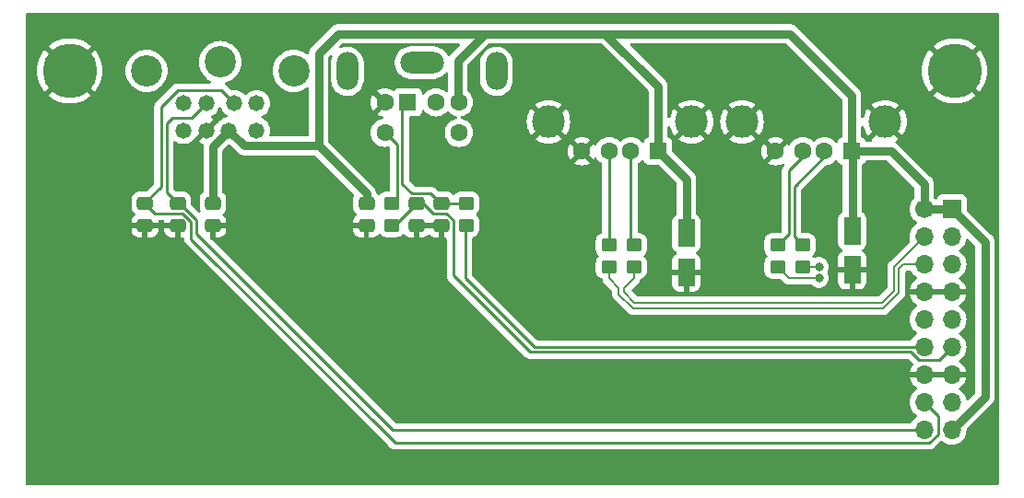
<source format=gbr>
%TF.GenerationSoftware,KiCad,Pcbnew,8.0.1*%
%TF.CreationDate,2024-04-03T08:14:29+10:00*%
%TF.ProjectId,Asus ATX USB PS2 Breakout,41737573-2041-4545-9820-555342205053,rev?*%
%TF.SameCoordinates,Original*%
%TF.FileFunction,Copper,L1,Top*%
%TF.FilePolarity,Positive*%
%FSLAX46Y46*%
G04 Gerber Fmt 4.6, Leading zero omitted, Abs format (unit mm)*
G04 Created by KiCad (PCBNEW 8.0.1) date 2024-04-03 08:14:29*
%MOMM*%
%LPD*%
G01*
G04 APERTURE LIST*
G04 Aperture macros list*
%AMRoundRect*
0 Rectangle with rounded corners*
0 $1 Rounding radius*
0 $2 $3 $4 $5 $6 $7 $8 $9 X,Y pos of 4 corners*
0 Add a 4 corners polygon primitive as box body*
4,1,4,$2,$3,$4,$5,$6,$7,$8,$9,$2,$3,0*
0 Add four circle primitives for the rounded corners*
1,1,$1+$1,$2,$3*
1,1,$1+$1,$4,$5*
1,1,$1+$1,$6,$7*
1,1,$1+$1,$8,$9*
0 Add four rect primitives between the rounded corners*
20,1,$1+$1,$2,$3,$4,$5,0*
20,1,$1+$1,$4,$5,$6,$7,0*
20,1,$1+$1,$6,$7,$8,$9,0*
20,1,$1+$1,$8,$9,$2,$3,0*%
G04 Aperture macros list end*
%TA.AperFunction,SMDPad,CuDef*%
%ADD10RoundRect,0.250000X-0.475000X0.337500X-0.475000X-0.337500X0.475000X-0.337500X0.475000X0.337500X0*%
%TD*%
%TA.AperFunction,ComponentPad*%
%ADD11R,1.600000X1.500000*%
%TD*%
%TA.AperFunction,ComponentPad*%
%ADD12C,1.600000*%
%TD*%
%TA.AperFunction,ComponentPad*%
%ADD13C,3.000000*%
%TD*%
%TA.AperFunction,SMDPad,CuDef*%
%ADD14RoundRect,0.250000X-0.450000X0.350000X-0.450000X-0.350000X0.450000X-0.350000X0.450000X0.350000X0*%
%TD*%
%TA.AperFunction,SMDPad,CuDef*%
%ADD15RoundRect,0.250000X-0.550000X1.050000X-0.550000X-1.050000X0.550000X-1.050000X0.550000X1.050000X0*%
%TD*%
%TA.AperFunction,ComponentPad*%
%ADD16C,2.900000*%
%TD*%
%TA.AperFunction,ConnectorPad*%
%ADD17C,5.000000*%
%TD*%
%TA.AperFunction,ComponentPad*%
%ADD18C,1.473200*%
%TD*%
%TA.AperFunction,ComponentPad*%
%ADD19C,2.870200*%
%TD*%
%TA.AperFunction,ComponentPad*%
%ADD20R,1.600000X1.600000*%
%TD*%
%TA.AperFunction,ComponentPad*%
%ADD21O,2.000000X3.500000*%
%TD*%
%TA.AperFunction,ComponentPad*%
%ADD22O,4.000000X2.000000*%
%TD*%
%TA.AperFunction,ComponentPad*%
%ADD23R,1.700000X1.700000*%
%TD*%
%TA.AperFunction,ComponentPad*%
%ADD24O,1.700000X1.700000*%
%TD*%
%TA.AperFunction,ComponentPad*%
%ADD25C,1.700000*%
%TD*%
%TA.AperFunction,ViaPad*%
%ADD26C,0.800000*%
%TD*%
%TA.AperFunction,Conductor*%
%ADD27C,0.750000*%
%TD*%
%TA.AperFunction,Conductor*%
%ADD28C,0.250000*%
%TD*%
%TA.AperFunction,Conductor*%
%ADD29C,0.200000*%
%TD*%
G04 APERTURE END LIST*
D10*
%TO.P,C7,2*%
%TO.N,GND*%
X124250000Y-88159500D03*
%TO.P,C7,1*%
%TO.N,/IR_RX*%
X124250000Y-86084500D03*
%TD*%
D11*
%TO.P,J4,1,VBUS*%
%TO.N,+5V*%
X189174000Y-81306000D03*
D12*
%TO.P,J4,2,D-*%
%TO.N,Net-(J4-D-)*%
X186674000Y-81306000D03*
%TO.P,J4,3,D+*%
%TO.N,Net-(J4-D+)*%
X184674000Y-81306000D03*
%TO.P,J4,4,GND*%
%TO.N,GND*%
X182174000Y-81306000D03*
D13*
%TO.P,J4,5,Shield*%
X192244000Y-78596000D03*
X179104000Y-78596000D03*
%TD*%
D10*
%TO.P,C8,1*%
%TO.N,/IR_TX*%
X127254000Y-86084500D03*
%TO.P,C8,2*%
%TO.N,GND*%
X127254000Y-88159500D03*
%TD*%
D14*
%TO.P,R5,1*%
%TO.N,Net-(J4-D-)*%
X184658000Y-89932000D03*
%TO.P,R5,2*%
%TO.N,/USB1_D-*%
X184658000Y-91932000D03*
%TD*%
%TO.P,R6,2*%
%TO.N,/MOUSE_DATA*%
X153758000Y-88100000D03*
%TO.P,R6,1*%
%TO.N,Net-(C1-Pad1)*%
X153758000Y-86100000D03*
%TD*%
D10*
%TO.P,C6,1*%
%TO.N,+5V*%
X144600000Y-86092500D03*
%TO.P,C6,2*%
%TO.N,GND*%
X144600000Y-88167500D03*
%TD*%
D14*
%TO.P,R7,1*%
%TO.N,Net-(J1-D+)*%
X166878000Y-89932000D03*
%TO.P,R7,2*%
%TO.N,/USB2_D+*%
X166878000Y-91932000D03*
%TD*%
D15*
%TO.P,C3,1*%
%TO.N,+5V*%
X173990000Y-88856000D03*
%TO.P,C3,2*%
%TO.N,GND*%
X173990000Y-92456000D03*
%TD*%
D16*
%TO.P,H1,1,1*%
%TO.N,GND*%
X117348000Y-73914000D03*
D17*
X117348000Y-73914000D03*
%TD*%
D16*
%TO.P,H2,1,1*%
%TO.N,GND*%
X198628000Y-73914000D03*
D17*
X198628000Y-73914000D03*
%TD*%
D18*
%TO.P,J3,1*%
%TO.N,/IR_TX*%
X129870200Y-76911200D03*
%TO.P,J3,2*%
%TO.N,/IR_RX*%
X132461000Y-76911200D03*
%TO.P,J3,3*%
%TO.N,unconnected-(J3-Pad3)*%
X127812800Y-76911200D03*
%TO.P,J3,4*%
%TO.N,GND*%
X129870200Y-79400400D03*
%TO.P,J3,5*%
%TO.N,unconnected-(J3-Pad5)*%
X134518400Y-76911200D03*
%TO.P,J3,6*%
%TO.N,unconnected-(J3-Pad6)*%
X127812800Y-79400400D03*
%TO.P,J3,7*%
%TO.N,+5V*%
X131978400Y-79400400D03*
%TO.P,J3,8*%
%TO.N,unconnected-(J3-Pad8)*%
X134518400Y-79400400D03*
D19*
%TO.P,J3,9*%
%TO.N,N/C*%
X131165600Y-73101200D03*
%TO.P,J3,10*%
X124409200Y-73914000D03*
%TO.P,J3,11*%
X137922000Y-73914000D03*
%TD*%
D20*
%TO.P,J2,1*%
%TO.N,Net-(C1-Pad1)*%
X148404000Y-76802000D03*
D12*
%TO.P,J2,2*%
%TO.N,unconnected-(J2-Pad2)*%
X151004000Y-76802000D03*
%TO.P,J2,3*%
%TO.N,GND*%
X146304000Y-76802000D03*
%TO.P,J2,4*%
%TO.N,+5V*%
X153104000Y-76802000D03*
%TO.P,J2,5*%
%TO.N,Net-(J2-Pad5)*%
X146304000Y-79602000D03*
%TO.P,J2,6*%
%TO.N,unconnected-(J2-Pad6)*%
X153104000Y-79602000D03*
D21*
%TO.P,J2,7*%
%TO.N,N/C*%
X156554000Y-73952000D03*
D22*
X149704000Y-73152000D03*
D21*
X142854000Y-73952000D03*
%TD*%
D10*
%TO.P,C2,2*%
%TO.N,GND*%
X149186000Y-88167500D03*
%TO.P,C2,1*%
%TO.N,/MOUSE_CLK*%
X149186000Y-86092500D03*
%TD*%
D14*
%TO.P,R9,2*%
%TO.N,/MOUSE_CLK*%
X146900000Y-88100000D03*
%TO.P,R9,1*%
%TO.N,Net-(J2-Pad5)*%
X146900000Y-86100000D03*
%TD*%
%TO.P,R8,1*%
%TO.N,Net-(J1-D-)*%
X169164000Y-89932000D03*
%TO.P,R8,2*%
%TO.N,/USB2_D-*%
X169164000Y-91932000D03*
%TD*%
%TO.P,R4,1*%
%TO.N,Net-(J4-D+)*%
X182372000Y-89932000D03*
%TO.P,R4,2*%
%TO.N,/USB1_D+*%
X182372000Y-91932000D03*
%TD*%
D10*
%TO.P,C5,1*%
%TO.N,+5V*%
X130500000Y-86084500D03*
%TO.P,C5,2*%
%TO.N,GND*%
X130500000Y-88159500D03*
%TD*%
D15*
%TO.P,C4,1*%
%TO.N,+5V*%
X189230000Y-88624000D03*
%TO.P,C4,2*%
%TO.N,GND*%
X189230000Y-92224000D03*
%TD*%
D11*
%TO.P,J1,1,VBUS*%
%TO.N,+5V*%
X171394000Y-81306000D03*
D12*
%TO.P,J1,2,D-*%
%TO.N,Net-(J1-D-)*%
X168894000Y-81306000D03*
%TO.P,J1,3,D+*%
%TO.N,Net-(J1-D+)*%
X166894000Y-81306000D03*
%TO.P,J1,4,GND*%
%TO.N,GND*%
X164394000Y-81306000D03*
D13*
%TO.P,J1,5,Shield*%
X174464000Y-78596000D03*
X161324000Y-78596000D03*
%TD*%
D10*
%TO.P,C1,2*%
%TO.N,GND*%
X151472000Y-88167500D03*
%TO.P,C1,1*%
%TO.N,Net-(C1-Pad1)*%
X151472000Y-86092500D03*
%TD*%
D23*
%TO.P,J6,1,Pin_1*%
%TO.N,+5V*%
X198374000Y-86614000D03*
D24*
%TO.P,J6,2,Pin_2*%
%TO.N,/USB1_D-*%
X198374000Y-89154000D03*
%TO.P,J6,3,Pin_3*%
%TO.N,/USB1_D+*%
X198374000Y-91694000D03*
%TO.P,J6,4,Pin_4*%
%TO.N,GND*%
X198374000Y-94234000D03*
%TO.P,J6,5,Pin_5*%
%TO.N,unconnected-(J6-Pin_5-Pad5)*%
X198374000Y-96774000D03*
%TO.P,J6,6,Pin_6*%
%TO.N,/MOUSE_CLK*%
X198374000Y-99314000D03*
%TO.P,J6,7,Pin_7*%
%TO.N,GND*%
X198374000Y-101854000D03*
%TO.P,J6,8,Pin_8*%
%TO.N,unconnected-(J6-Pin_8-Pad8)*%
X198374000Y-104394000D03*
%TO.P,J6,9,Pin_9*%
%TO.N,+5V*%
X198374000Y-106934000D03*
D25*
%TO.P,J6,10,Pin_10*%
X195834000Y-86614000D03*
D24*
%TO.P,J6,11,Pin_11*%
%TO.N,/USB2_D-*%
X195834000Y-89154000D03*
%TO.P,J6,12,Pin_12*%
%TO.N,/USB2_D+*%
X195834000Y-91694000D03*
%TO.P,J6,13,Pin_13*%
%TO.N,GND*%
X195834000Y-94234000D03*
%TO.P,J6,14,Pin_14*%
%TO.N,unconnected-(J6-Pin_14-Pad14)*%
X195834000Y-96774000D03*
%TO.P,J6,15,Pin_15*%
%TO.N,/MOUSE_DATA*%
X195834000Y-99314000D03*
%TO.P,J6,16,Pin_16*%
%TO.N,GND*%
X195834000Y-101854000D03*
%TO.P,J6,17,Pin_17*%
%TO.N,/IR_RX*%
X195834000Y-104394000D03*
%TO.P,J6,18,Pin_18*%
%TO.N,/IR_TX*%
X195834000Y-106934000D03*
%TD*%
D26*
%TO.N,/USB1_D-*%
X186182000Y-91948000D03*
%TO.N,/USB1_D+*%
X186182000Y-92964000D03*
%TD*%
D27*
%TO.N,+5V*%
X140208034Y-72291966D02*
X140208034Y-80812000D01*
X142000000Y-70500000D02*
X140208034Y-72291966D01*
X149273000Y-70500000D02*
X142000000Y-70500000D01*
X166523000Y-70500000D02*
X167500000Y-70500000D01*
X171394000Y-75371000D02*
X166523000Y-70500000D01*
X171394000Y-81306000D02*
X171394000Y-75371000D01*
X183500000Y-70500000D02*
X167500000Y-70500000D01*
X189174000Y-76174000D02*
X183500000Y-70500000D01*
X189174000Y-81306000D02*
X189174000Y-76174000D01*
X167500000Y-70500000D02*
X149273000Y-70500000D01*
X155477000Y-70500000D02*
X149273000Y-70500000D01*
X152995966Y-72981034D02*
X155477000Y-70500000D01*
X152995966Y-76708000D02*
X152995966Y-72981034D01*
X144600000Y-85203966D02*
X144600000Y-86092500D01*
X140208034Y-80812000D02*
X144600000Y-85203966D01*
D28*
%TO.N,/IR_TX*%
X127447996Y-86084500D02*
X127254000Y-86084500D01*
X129000000Y-87636504D02*
X127447996Y-86084500D01*
X129000000Y-88930100D02*
X129000000Y-87636504D01*
X147003900Y-106934000D02*
X129000000Y-88930100D01*
X195834000Y-106934000D02*
X147003900Y-106934000D01*
%TO.N,/IR_RX*%
X197099000Y-105659000D02*
X195834000Y-104394000D01*
X197099000Y-107330701D02*
X197099000Y-105659000D01*
X147225000Y-108109000D02*
X196320701Y-108109000D01*
X128500000Y-89384000D02*
X147225000Y-108109000D01*
X128500000Y-87772900D02*
X128500000Y-89384000D01*
X127727100Y-87000000D02*
X128500000Y-87772900D01*
X125165500Y-87000000D02*
X127727100Y-87000000D01*
X124250000Y-86084500D02*
X125165500Y-87000000D01*
X196320701Y-108109000D02*
X197099000Y-107330701D01*
%TO.N,/IR_TX*%
X126238000Y-78740000D02*
X126238000Y-85068500D01*
X126746000Y-78232000D02*
X126238000Y-78740000D01*
X128549400Y-78232000D02*
X126746000Y-78232000D01*
X129870200Y-76911200D02*
X128549400Y-78232000D01*
X126238000Y-85068500D02*
X127254000Y-86084500D01*
D27*
%TO.N,+5V*%
X130500000Y-80878800D02*
X130500000Y-86084500D01*
X131978400Y-79400400D02*
X130500000Y-80878800D01*
D28*
%TO.N,/IR_RX*%
X131241800Y-75692000D02*
X132461000Y-76911200D01*
X127254000Y-75692000D02*
X131241800Y-75692000D01*
X124250000Y-86062000D02*
X125730000Y-84582000D01*
X124250000Y-86084500D02*
X124250000Y-86062000D01*
X125730000Y-84582000D02*
X125730000Y-77216000D01*
X125730000Y-77216000D02*
X127254000Y-75692000D01*
D27*
%TO.N,+5V*%
X153104000Y-76802000D02*
X153156000Y-76750000D01*
D28*
%TO.N,Net-(C1-Pad1)*%
X151392500Y-86092500D02*
X151472000Y-86092500D01*
X148780000Y-85180000D02*
X150480000Y-85180000D01*
X147900000Y-77306000D02*
X147900000Y-84300000D01*
X147900000Y-84300000D02*
X148780000Y-85180000D01*
X148404000Y-76802000D02*
X147900000Y-77306000D01*
X150480000Y-85180000D02*
X151392500Y-86092500D01*
%TO.N,Net-(J2-Pad5)*%
X147400000Y-80698000D02*
X147400000Y-85600000D01*
X146304000Y-79602000D02*
X147400000Y-80698000D01*
X147400000Y-85600000D02*
X146900000Y-86100000D01*
%TO.N,Net-(C1-Pad1)*%
X151472000Y-86092500D02*
X151464500Y-86092500D01*
%TO.N,/MOUSE_CLK*%
X150751900Y-87005000D02*
X149839400Y-86092500D01*
X151942100Y-87005000D02*
X150751900Y-87005000D01*
X149839400Y-86092500D02*
X149186000Y-86092500D01*
X152600000Y-92720100D02*
X152600000Y-87662900D01*
X159643900Y-99764000D02*
X152600000Y-92720100D01*
X194622299Y-99764000D02*
X159643900Y-99764000D01*
X195347299Y-100489000D02*
X194622299Y-99764000D01*
X197199000Y-100489000D02*
X195347299Y-100489000D01*
X152600000Y-87662900D02*
X151942100Y-87005000D01*
X198374000Y-99314000D02*
X197199000Y-100489000D01*
%TO.N,/MOUSE_DATA*%
X153700000Y-88158000D02*
X153758000Y-88100000D01*
X153700000Y-92994000D02*
X153700000Y-88158000D01*
X160020000Y-99314000D02*
X153700000Y-92994000D01*
X195834000Y-99314000D02*
X160020000Y-99314000D01*
D27*
%TO.N,+5V*%
X201422000Y-103886000D02*
X198374000Y-106934000D01*
X201422000Y-89662000D02*
X201422000Y-103886000D01*
X198374000Y-86614000D02*
X201422000Y-89662000D01*
D29*
%TO.N,/USB1_D+*%
X183404000Y-92964000D02*
X186182000Y-92964000D01*
X182372000Y-91932000D02*
X183404000Y-92964000D01*
%TO.N,/USB1_D-*%
X186166000Y-91932000D02*
X186182000Y-91948000D01*
X184658000Y-91932000D02*
X186166000Y-91932000D01*
D27*
%TO.N,+5V*%
X189230000Y-88624000D02*
X189230000Y-81362000D01*
X189230000Y-81362000D02*
X189174000Y-81306000D01*
X192786000Y-81280000D02*
X189200000Y-81280000D01*
X189200000Y-81280000D02*
X189174000Y-81306000D01*
X195834000Y-84328000D02*
X192786000Y-81280000D01*
X195834000Y-86614000D02*
X195834000Y-84328000D01*
X173990000Y-83902000D02*
X173990000Y-88856000D01*
X171394000Y-81306000D02*
X173990000Y-83902000D01*
D28*
%TO.N,Net-(C1-Pad1)*%
X153758000Y-86100000D02*
X151479500Y-86100000D01*
%TO.N,GND*%
X198374000Y-101854000D02*
X195834000Y-101854000D01*
X198374000Y-94234000D02*
X195834000Y-94234000D01*
%TO.N,/MOUSE_CLK*%
X147186000Y-88100000D02*
X149193500Y-86092500D01*
X149193500Y-86092500D02*
X149685500Y-86092500D01*
X149177500Y-86092500D02*
X149186000Y-86092500D01*
X146900000Y-88100000D02*
X147186000Y-88100000D01*
D27*
%TO.N,+5V*%
X195834000Y-86614000D02*
X198374000Y-86614000D01*
X133390000Y-80812000D02*
X140208034Y-80812000D01*
X131978400Y-79400400D02*
X133390000Y-80812000D01*
D28*
%TO.N,Net-(J1-D-)*%
X168894000Y-89662000D02*
X169164000Y-89932000D01*
X168894000Y-81814000D02*
X168894000Y-89662000D01*
%TO.N,Net-(J1-D+)*%
X166894000Y-81814000D02*
X166894000Y-89916000D01*
X166894000Y-89916000D02*
X166878000Y-89932000D01*
%TO.N,Net-(J4-D-)*%
X184658000Y-89932000D02*
X183896000Y-89170000D01*
X183896000Y-84582000D02*
X186664000Y-81814000D01*
X183896000Y-89170000D02*
X183896000Y-84582000D01*
X186664000Y-81814000D02*
X186674000Y-81814000D01*
%TO.N,Net-(J4-D+)*%
X184674000Y-81814000D02*
X183388000Y-83100000D01*
X183388000Y-88916000D02*
X182372000Y-89932000D01*
X183388000Y-83100000D02*
X183388000Y-88916000D01*
D29*
%TO.N,/USB2_D-*%
X169228200Y-95250000D02*
X168246000Y-94267800D01*
X191959800Y-95250000D02*
X169228200Y-95250000D01*
X193069000Y-94140800D02*
X191959800Y-95250000D01*
X195834000Y-89154000D02*
X193069000Y-91919000D01*
X168246000Y-93900001D02*
X169164000Y-92982001D01*
X193069000Y-91919000D02*
X193069000Y-94140800D01*
X168246000Y-94267800D02*
X168246000Y-93900001D01*
X169164000Y-92982001D02*
X169164000Y-91932000D01*
%TO.N,/USB2_D+*%
X195834000Y-91694000D02*
X193930397Y-91694000D01*
X169099800Y-95758000D02*
X167796000Y-94454200D01*
X193519000Y-94327200D02*
X192088200Y-95758000D01*
X193519000Y-92105397D02*
X193519000Y-94327200D01*
X192088200Y-95758000D02*
X169099800Y-95758000D01*
X167796000Y-93900001D02*
X166878000Y-92982001D01*
X166878000Y-92982001D02*
X166878000Y-91932000D01*
X167796000Y-94454200D02*
X167796000Y-93900001D01*
X193930397Y-91694000D02*
X193519000Y-92105397D01*
%TD*%
%TA.AperFunction,Conductor*%
%TO.N,GND*%
G36*
X132021732Y-80697723D02*
G01*
X132066080Y-80726224D01*
X132831897Y-81492042D01*
X132831901Y-81492045D01*
X132975288Y-81587854D01*
X132975301Y-81587861D01*
X133134621Y-81653853D01*
X133134626Y-81653855D01*
X133296708Y-81686095D01*
X133303766Y-81687499D01*
X133303769Y-81687500D01*
X133303771Y-81687500D01*
X133476229Y-81687500D01*
X139794028Y-81687500D01*
X139861067Y-81707185D01*
X139881709Y-81723819D01*
X143429366Y-85271476D01*
X143462851Y-85332799D01*
X143457867Y-85402491D01*
X143447227Y-85424249D01*
X143440187Y-85435663D01*
X143440186Y-85435665D01*
X143440186Y-85435666D01*
X143385001Y-85602203D01*
X143385001Y-85602204D01*
X143385000Y-85602204D01*
X143374500Y-85704983D01*
X143374500Y-86480001D01*
X143374501Y-86480019D01*
X143385000Y-86582796D01*
X143385001Y-86582799D01*
X143440185Y-86749331D01*
X143440187Y-86749336D01*
X143448414Y-86762674D01*
X143532288Y-86898656D01*
X143656344Y-87022712D01*
X143659628Y-87024737D01*
X143659653Y-87024753D01*
X143661445Y-87026746D01*
X143662011Y-87027193D01*
X143661934Y-87027289D01*
X143706379Y-87076699D01*
X143717603Y-87145661D01*
X143689761Y-87209744D01*
X143659665Y-87235826D01*
X143656660Y-87237679D01*
X143656655Y-87237683D01*
X143532684Y-87361654D01*
X143440643Y-87510875D01*
X143440641Y-87510880D01*
X143385494Y-87677302D01*
X143385493Y-87677309D01*
X143375000Y-87780013D01*
X143375000Y-87917500D01*
X144726000Y-87917500D01*
X144793039Y-87937185D01*
X144838794Y-87989989D01*
X144850000Y-88041500D01*
X144850000Y-89254999D01*
X145124972Y-89254999D01*
X145124986Y-89254998D01*
X145227697Y-89244505D01*
X145394119Y-89189358D01*
X145394124Y-89189356D01*
X145543345Y-89097315D01*
X145667316Y-88973344D01*
X145678322Y-88955500D01*
X145730268Y-88908774D01*
X145799230Y-88897549D01*
X145863313Y-88925390D01*
X145871544Y-88932912D01*
X145981344Y-89042712D01*
X146130666Y-89134814D01*
X146297203Y-89189999D01*
X146399991Y-89200500D01*
X147400008Y-89200499D01*
X147400016Y-89200498D01*
X147400019Y-89200498D01*
X147467506Y-89193604D01*
X147502797Y-89189999D01*
X147669334Y-89134814D01*
X147818656Y-89042712D01*
X147919799Y-88941568D01*
X147981118Y-88908086D01*
X148050810Y-88913070D01*
X148106744Y-88954941D01*
X148113017Y-88964157D01*
X148118684Y-88973345D01*
X148242654Y-89097315D01*
X148391875Y-89189356D01*
X148391880Y-89189358D01*
X148558302Y-89244505D01*
X148558309Y-89244506D01*
X148661019Y-89254999D01*
X148935999Y-89254999D01*
X148936000Y-89254998D01*
X148936000Y-88417500D01*
X149436000Y-88417500D01*
X149436000Y-89254999D01*
X149710972Y-89254999D01*
X149710986Y-89254998D01*
X149813697Y-89244505D01*
X149980119Y-89189358D01*
X149980124Y-89189356D01*
X150129345Y-89097315D01*
X150241319Y-88985342D01*
X150302642Y-88951857D01*
X150372334Y-88956841D01*
X150416681Y-88985342D01*
X150528654Y-89097315D01*
X150677875Y-89189356D01*
X150677880Y-89189358D01*
X150844302Y-89244505D01*
X150844309Y-89244506D01*
X150947019Y-89254999D01*
X151221999Y-89254999D01*
X151222000Y-89254998D01*
X151222000Y-88417500D01*
X149436000Y-88417500D01*
X148936000Y-88417500D01*
X148936000Y-88041500D01*
X148955685Y-87974461D01*
X149008489Y-87928706D01*
X149060000Y-87917500D01*
X151598000Y-87917500D01*
X151665039Y-87937185D01*
X151710794Y-87989989D01*
X151722000Y-88041500D01*
X151722000Y-89254999D01*
X151850500Y-89254999D01*
X151917539Y-89274684D01*
X151963294Y-89327488D01*
X151974500Y-89378999D01*
X151974500Y-92658493D01*
X151974500Y-92781707D01*
X151974500Y-92781709D01*
X151974499Y-92781709D01*
X151980435Y-92811546D01*
X151980435Y-92811548D01*
X151998535Y-92902545D01*
X151998539Y-92902560D01*
X152010896Y-92932390D01*
X152010897Y-92932393D01*
X152045686Y-93016383D01*
X152045690Y-93016391D01*
X152075538Y-93061059D01*
X152075539Y-93061060D01*
X152114141Y-93118832D01*
X152114144Y-93118836D01*
X152205586Y-93210278D01*
X152205608Y-93210298D01*
X159154916Y-100159606D01*
X159154945Y-100159637D01*
X159245162Y-100249854D01*
X159245165Y-100249856D01*
X159245167Y-100249858D01*
X159284366Y-100276050D01*
X159284369Y-100276053D01*
X159335274Y-100310066D01*
X159347615Y-100318312D01*
X159414296Y-100345931D01*
X159414298Y-100345933D01*
X159430148Y-100352498D01*
X159461448Y-100365463D01*
X159521871Y-100377481D01*
X159582293Y-100389500D01*
X159582294Y-100389500D01*
X194311847Y-100389500D01*
X194378886Y-100409185D01*
X194399528Y-100425819D01*
X194788884Y-100815175D01*
X194822369Y-100876498D01*
X194817385Y-100946190D01*
X194798690Y-100978273D01*
X194798995Y-100978487D01*
X194796437Y-100982139D01*
X194796189Y-100982566D01*
X194795886Y-100982926D01*
X194660400Y-101176420D01*
X194660399Y-101176422D01*
X194560570Y-101390507D01*
X194560567Y-101390513D01*
X194503364Y-101603999D01*
X194503364Y-101604000D01*
X195400988Y-101604000D01*
X195368075Y-101661007D01*
X195334000Y-101788174D01*
X195334000Y-101919826D01*
X195368075Y-102046993D01*
X195400988Y-102104000D01*
X194503364Y-102104000D01*
X194560567Y-102317486D01*
X194560570Y-102317492D01*
X194660399Y-102531578D01*
X194795894Y-102725082D01*
X194962917Y-102892105D01*
X195148595Y-103022119D01*
X195192219Y-103076696D01*
X195199412Y-103146195D01*
X195167890Y-103208549D01*
X195148595Y-103225269D01*
X194962594Y-103355508D01*
X194795505Y-103522597D01*
X194659965Y-103716169D01*
X194659964Y-103716171D01*
X194560098Y-103930335D01*
X194560094Y-103930344D01*
X194498938Y-104158586D01*
X194498936Y-104158596D01*
X194478341Y-104393999D01*
X194478341Y-104394000D01*
X194498936Y-104629403D01*
X194498938Y-104629413D01*
X194560094Y-104857655D01*
X194560096Y-104857659D01*
X194560097Y-104857663D01*
X194659965Y-105071830D01*
X194659967Y-105071834D01*
X194795501Y-105265395D01*
X194795506Y-105265402D01*
X194962597Y-105432493D01*
X194962603Y-105432498D01*
X195148158Y-105562425D01*
X195191783Y-105617002D01*
X195198977Y-105686500D01*
X195167454Y-105748855D01*
X195148158Y-105765575D01*
X194962597Y-105895505D01*
X194795505Y-106062597D01*
X194660348Y-106255623D01*
X194605771Y-106299248D01*
X194558773Y-106308500D01*
X147314353Y-106308500D01*
X147247314Y-106288815D01*
X147226672Y-106272181D01*
X130286319Y-89331828D01*
X130252834Y-89270505D01*
X130250000Y-89244147D01*
X130250000Y-88409500D01*
X130750000Y-88409500D01*
X130750000Y-89246999D01*
X131024972Y-89246999D01*
X131024986Y-89246998D01*
X131127697Y-89236505D01*
X131294119Y-89181358D01*
X131294124Y-89181356D01*
X131443345Y-89089315D01*
X131567315Y-88965345D01*
X131659356Y-88816124D01*
X131659358Y-88816119D01*
X131714505Y-88649697D01*
X131714506Y-88649690D01*
X131724999Y-88546986D01*
X131725000Y-88546973D01*
X131725000Y-88417500D01*
X143375001Y-88417500D01*
X143375001Y-88554986D01*
X143385494Y-88657697D01*
X143440641Y-88824119D01*
X143440643Y-88824124D01*
X143532684Y-88973345D01*
X143656654Y-89097315D01*
X143805875Y-89189356D01*
X143805880Y-89189358D01*
X143972302Y-89244505D01*
X143972309Y-89244506D01*
X144075019Y-89254999D01*
X144349999Y-89254999D01*
X144350000Y-89254998D01*
X144350000Y-88417500D01*
X143375001Y-88417500D01*
X131725000Y-88417500D01*
X131725000Y-88409500D01*
X130750000Y-88409500D01*
X130250000Y-88409500D01*
X130250000Y-88033500D01*
X130269685Y-87966461D01*
X130322489Y-87920706D01*
X130374000Y-87909500D01*
X131724999Y-87909500D01*
X131724999Y-87772028D01*
X131724998Y-87772013D01*
X131714505Y-87669302D01*
X131659358Y-87502880D01*
X131659356Y-87502875D01*
X131567315Y-87353654D01*
X131443344Y-87229683D01*
X131443341Y-87229681D01*
X131440339Y-87227829D01*
X131438713Y-87226021D01*
X131437677Y-87225202D01*
X131437817Y-87225024D01*
X131393617Y-87175880D01*
X131382397Y-87106917D01*
X131410243Y-87042836D01*
X131440344Y-87016754D01*
X131443656Y-87014712D01*
X131567712Y-86890656D01*
X131659814Y-86741334D01*
X131714999Y-86574797D01*
X131725500Y-86472009D01*
X131725499Y-85696992D01*
X131721364Y-85656517D01*
X131714999Y-85594203D01*
X131714998Y-85594200D01*
X131701796Y-85554360D01*
X131659814Y-85427666D01*
X131567712Y-85278344D01*
X131443656Y-85154288D01*
X131443655Y-85154287D01*
X131434402Y-85148580D01*
X131387678Y-85096632D01*
X131375500Y-85043042D01*
X131375500Y-81292805D01*
X131395185Y-81225766D01*
X131411815Y-81205128D01*
X131890720Y-80726222D01*
X131952041Y-80692739D01*
X132021732Y-80697723D01*
G37*
%TD.AperFunction*%
%TA.AperFunction,Conductor*%
G36*
X199864792Y-89355497D02*
G01*
X199903661Y-89381805D01*
X200510181Y-89988325D01*
X200543666Y-90049648D01*
X200546500Y-90076006D01*
X200546500Y-103471993D01*
X200526815Y-103539032D01*
X200510181Y-103559674D01*
X199903661Y-104166193D01*
X199842338Y-104199678D01*
X199772646Y-104194694D01*
X199716713Y-104152822D01*
X199696205Y-104110605D01*
X199647905Y-103930344D01*
X199647904Y-103930343D01*
X199647903Y-103930337D01*
X199548035Y-103716171D01*
X199542425Y-103708158D01*
X199412494Y-103522597D01*
X199245402Y-103355506D01*
X199245401Y-103355505D01*
X199059405Y-103225269D01*
X199015781Y-103170692D01*
X199008588Y-103101193D01*
X199040110Y-103038839D01*
X199059405Y-103022119D01*
X199245082Y-102892105D01*
X199412105Y-102725082D01*
X199547600Y-102531578D01*
X199647429Y-102317492D01*
X199647432Y-102317486D01*
X199704636Y-102104000D01*
X198807012Y-102104000D01*
X198839925Y-102046993D01*
X198874000Y-101919826D01*
X198874000Y-101788174D01*
X198839925Y-101661007D01*
X198807012Y-101604000D01*
X199704636Y-101604000D01*
X199704635Y-101603999D01*
X199647432Y-101390513D01*
X199647429Y-101390507D01*
X199547600Y-101176422D01*
X199547599Y-101176420D01*
X199412113Y-100982926D01*
X199412108Y-100982920D01*
X199245078Y-100815890D01*
X199059405Y-100685879D01*
X199015780Y-100631302D01*
X199008588Y-100561804D01*
X199040110Y-100499449D01*
X199059406Y-100482730D01*
X199245401Y-100352495D01*
X199412495Y-100185401D01*
X199548035Y-99991830D01*
X199647903Y-99777663D01*
X199709063Y-99549408D01*
X199729659Y-99314000D01*
X199709063Y-99078592D01*
X199647903Y-98850337D01*
X199548035Y-98636171D01*
X199547652Y-98635623D01*
X199412494Y-98442597D01*
X199245402Y-98275506D01*
X199245396Y-98275501D01*
X199059842Y-98145575D01*
X199016217Y-98090998D01*
X199009023Y-98021500D01*
X199040546Y-97959145D01*
X199059842Y-97942425D01*
X199082026Y-97926891D01*
X199245401Y-97812495D01*
X199412495Y-97645401D01*
X199548035Y-97451830D01*
X199647903Y-97237663D01*
X199709063Y-97009408D01*
X199729659Y-96774000D01*
X199709063Y-96538592D01*
X199647903Y-96310337D01*
X199548035Y-96096171D01*
X199542425Y-96088158D01*
X199412494Y-95902597D01*
X199245402Y-95735506D01*
X199245401Y-95735505D01*
X199059405Y-95605269D01*
X199015781Y-95550692D01*
X199008588Y-95481193D01*
X199040110Y-95418839D01*
X199059405Y-95402119D01*
X199245082Y-95272105D01*
X199412105Y-95105082D01*
X199547600Y-94911578D01*
X199647429Y-94697492D01*
X199647432Y-94697486D01*
X199704636Y-94484000D01*
X198807012Y-94484000D01*
X198839925Y-94426993D01*
X198874000Y-94299826D01*
X198874000Y-94168174D01*
X198839925Y-94041007D01*
X198807012Y-93984000D01*
X199704636Y-93984000D01*
X199704635Y-93983999D01*
X199647432Y-93770513D01*
X199647429Y-93770507D01*
X199547600Y-93556422D01*
X199547599Y-93556420D01*
X199412113Y-93362926D01*
X199412108Y-93362920D01*
X199245078Y-93195890D01*
X199059405Y-93065879D01*
X199015780Y-93011302D01*
X199008588Y-92941804D01*
X199040110Y-92879449D01*
X199059406Y-92862730D01*
X199132500Y-92811549D01*
X199245401Y-92732495D01*
X199412495Y-92565401D01*
X199548035Y-92371830D01*
X199647903Y-92157663D01*
X199709063Y-91929408D01*
X199729659Y-91694000D01*
X199709063Y-91458592D01*
X199647903Y-91230337D01*
X199548035Y-91016171D01*
X199542425Y-91008158D01*
X199412494Y-90822597D01*
X199245402Y-90655506D01*
X199245396Y-90655501D01*
X199059842Y-90525575D01*
X199016217Y-90470998D01*
X199009023Y-90401500D01*
X199040546Y-90339145D01*
X199059842Y-90322425D01*
X199198506Y-90225331D01*
X199245401Y-90192495D01*
X199412495Y-90025401D01*
X199548035Y-89831830D01*
X199647903Y-89617663D01*
X199696206Y-89437391D01*
X199732569Y-89377733D01*
X199795416Y-89347203D01*
X199864792Y-89355497D01*
G37*
%TD.AperFunction*%
%TA.AperFunction,Conductor*%
G36*
X197908075Y-101661007D02*
G01*
X197874000Y-101788174D01*
X197874000Y-101919826D01*
X197908075Y-102046993D01*
X197940988Y-102104000D01*
X196267012Y-102104000D01*
X196299925Y-102046993D01*
X196334000Y-101919826D01*
X196334000Y-101788174D01*
X196299925Y-101661007D01*
X196267012Y-101604000D01*
X197940988Y-101604000D01*
X197908075Y-101661007D01*
G37*
%TD.AperFunction*%
%TA.AperFunction,Conductor*%
G36*
X166176033Y-71395185D02*
G01*
X166196675Y-71411819D01*
X170482181Y-75697325D01*
X170515666Y-75758648D01*
X170518500Y-75785006D01*
X170518500Y-79963884D01*
X170498815Y-80030923D01*
X170446011Y-80076678D01*
X170437834Y-80080066D01*
X170351669Y-80112203D01*
X170351664Y-80112206D01*
X170236455Y-80198452D01*
X170236452Y-80198455D01*
X170150206Y-80313664D01*
X170150203Y-80313669D01*
X170106197Y-80431656D01*
X170064325Y-80487589D01*
X169998861Y-80512006D01*
X169930588Y-80497154D01*
X169898057Y-80470507D01*
X169897876Y-80470689D01*
X169896050Y-80468863D01*
X169895017Y-80468017D01*
X169894043Y-80466856D01*
X169733141Y-80305954D01*
X169546734Y-80175432D01*
X169546732Y-80175431D01*
X169340497Y-80079261D01*
X169340488Y-80079258D01*
X169120697Y-80020366D01*
X169120693Y-80020365D01*
X169120692Y-80020365D01*
X169120691Y-80020364D01*
X169120686Y-80020364D01*
X168894002Y-80000532D01*
X168893998Y-80000532D01*
X168667313Y-80020364D01*
X168667302Y-80020366D01*
X168447511Y-80079258D01*
X168447502Y-80079261D01*
X168241267Y-80175431D01*
X168241265Y-80175432D01*
X168054858Y-80305954D01*
X167981681Y-80379132D01*
X167920358Y-80412617D01*
X167850666Y-80407633D01*
X167806319Y-80379132D01*
X167733141Y-80305954D01*
X167546734Y-80175432D01*
X167546732Y-80175431D01*
X167340497Y-80079261D01*
X167340488Y-80079258D01*
X167120697Y-80020366D01*
X167120693Y-80020365D01*
X167120692Y-80020365D01*
X167120691Y-80020364D01*
X167120686Y-80020364D01*
X166894002Y-80000532D01*
X166893998Y-80000532D01*
X166667313Y-80020364D01*
X166667302Y-80020366D01*
X166447511Y-80079258D01*
X166447502Y-80079261D01*
X166241267Y-80175431D01*
X166241265Y-80175432D01*
X166054858Y-80305954D01*
X165893954Y-80466858D01*
X165763432Y-80653265D01*
X165763429Y-80653270D01*
X165756104Y-80668979D01*
X165709929Y-80721417D01*
X165642735Y-80740566D01*
X165575855Y-80720347D01*
X165531341Y-80668973D01*
X165524133Y-80653515D01*
X165524132Y-80653513D01*
X165473025Y-80580526D01*
X164856550Y-81197001D01*
X164836630Y-81122657D01*
X164774095Y-81014343D01*
X164685657Y-80925905D01*
X164577343Y-80863370D01*
X164502998Y-80843449D01*
X165119472Y-80226974D01*
X165046478Y-80175863D01*
X164840331Y-80079735D01*
X164840317Y-80079730D01*
X164620610Y-80020860D01*
X164620599Y-80020858D01*
X164394002Y-80001034D01*
X164393998Y-80001034D01*
X164167400Y-80020858D01*
X164167389Y-80020860D01*
X163947682Y-80079730D01*
X163947673Y-80079734D01*
X163741516Y-80175866D01*
X163741512Y-80175868D01*
X163668526Y-80226973D01*
X163668526Y-80226974D01*
X164285002Y-80843449D01*
X164210657Y-80863370D01*
X164102343Y-80925905D01*
X164013905Y-81014343D01*
X163951370Y-81122657D01*
X163931449Y-81197001D01*
X163314974Y-80580526D01*
X163314973Y-80580526D01*
X163263868Y-80653512D01*
X163263866Y-80653516D01*
X163167734Y-80859673D01*
X163167730Y-80859682D01*
X163108860Y-81079389D01*
X163108858Y-81079400D01*
X163089034Y-81305997D01*
X163089034Y-81306002D01*
X163108858Y-81532599D01*
X163108860Y-81532610D01*
X163167730Y-81752317D01*
X163167735Y-81752331D01*
X163263863Y-81958478D01*
X163314974Y-82031472D01*
X163931449Y-81414997D01*
X163951370Y-81489343D01*
X164013905Y-81597657D01*
X164102343Y-81686095D01*
X164210657Y-81748630D01*
X164285002Y-81768550D01*
X163668526Y-82385025D01*
X163741513Y-82436132D01*
X163741521Y-82436136D01*
X163947668Y-82532264D01*
X163947682Y-82532269D01*
X164167389Y-82591139D01*
X164167400Y-82591141D01*
X164393998Y-82610966D01*
X164394002Y-82610966D01*
X164620599Y-82591141D01*
X164620610Y-82591139D01*
X164840317Y-82532269D01*
X164840331Y-82532264D01*
X165046478Y-82436136D01*
X165119471Y-82385024D01*
X164502997Y-81768550D01*
X164577343Y-81748630D01*
X164685657Y-81686095D01*
X164774095Y-81597657D01*
X164836630Y-81489343D01*
X164856550Y-81414997D01*
X165473024Y-82031471D01*
X165524134Y-81958481D01*
X165531340Y-81943028D01*
X165577511Y-81890587D01*
X165644704Y-81871433D01*
X165711585Y-81891646D01*
X165756105Y-81943022D01*
X165763430Y-81958730D01*
X165763432Y-81958734D01*
X165893954Y-82145141D01*
X166054858Y-82306045D01*
X166215623Y-82418613D01*
X166259248Y-82473189D01*
X166268500Y-82520188D01*
X166268500Y-88754681D01*
X166248815Y-88821720D01*
X166196011Y-88867475D01*
X166183510Y-88872385D01*
X166151510Y-88882989D01*
X166108666Y-88897186D01*
X166108663Y-88897187D01*
X165959342Y-88989289D01*
X165835289Y-89113342D01*
X165743187Y-89262663D01*
X165743185Y-89262668D01*
X165735000Y-89287369D01*
X165688001Y-89429203D01*
X165688001Y-89429204D01*
X165688000Y-89429204D01*
X165677500Y-89531983D01*
X165677500Y-90332001D01*
X165677501Y-90332019D01*
X165688000Y-90434796D01*
X165688001Y-90434799D01*
X165743185Y-90601331D01*
X165743187Y-90601336D01*
X165835289Y-90750657D01*
X165928951Y-90844319D01*
X165962436Y-90905642D01*
X165957452Y-90975334D01*
X165928951Y-91019681D01*
X165835289Y-91113342D01*
X165743187Y-91262663D01*
X165743186Y-91262666D01*
X165688001Y-91429203D01*
X165688001Y-91429204D01*
X165688000Y-91429204D01*
X165677500Y-91531983D01*
X165677500Y-92332001D01*
X165677501Y-92332019D01*
X165688000Y-92434796D01*
X165688001Y-92434799D01*
X165731277Y-92565395D01*
X165743186Y-92601334D01*
X165835288Y-92750656D01*
X165959344Y-92874712D01*
X166108666Y-92966814D01*
X166202772Y-92997997D01*
X166260216Y-93037770D01*
X166283541Y-93083607D01*
X166292980Y-93118832D01*
X166318423Y-93213786D01*
X166347358Y-93263901D01*
X166347359Y-93263905D01*
X166347360Y-93263905D01*
X166397479Y-93350715D01*
X166397481Y-93350718D01*
X166516349Y-93469586D01*
X166516355Y-93469591D01*
X167159181Y-94112417D01*
X167192666Y-94173740D01*
X167195500Y-94200098D01*
X167195500Y-94367530D01*
X167195499Y-94367548D01*
X167195499Y-94533254D01*
X167195498Y-94533254D01*
X167202393Y-94558985D01*
X167236423Y-94685985D01*
X167264145Y-94734000D01*
X167265358Y-94736100D01*
X167265359Y-94736104D01*
X167265360Y-94736104D01*
X167315479Y-94822914D01*
X167315481Y-94822917D01*
X167434349Y-94941785D01*
X167434354Y-94941789D01*
X168731084Y-96238520D01*
X168731086Y-96238521D01*
X168731090Y-96238524D01*
X168840978Y-96301967D01*
X168868016Y-96317577D01*
X169020743Y-96358501D01*
X169020745Y-96358501D01*
X169186454Y-96358501D01*
X169186470Y-96358500D01*
X192001531Y-96358500D01*
X192001547Y-96358501D01*
X192009143Y-96358501D01*
X192167254Y-96358501D01*
X192167257Y-96358501D01*
X192319985Y-96317577D01*
X192370104Y-96288639D01*
X192456916Y-96238520D01*
X192568720Y-96126716D01*
X192568720Y-96126714D01*
X192578928Y-96116507D01*
X192578929Y-96116504D01*
X193999520Y-94695916D01*
X194078577Y-94558984D01*
X194119501Y-94406257D01*
X194119501Y-94248142D01*
X194119501Y-94240547D01*
X194119500Y-94240529D01*
X194119500Y-92418500D01*
X194139185Y-92351461D01*
X194191989Y-92305706D01*
X194243500Y-92294500D01*
X194544909Y-92294500D01*
X194611948Y-92314185D01*
X194657292Y-92366097D01*
X194659965Y-92371830D01*
X194795501Y-92565396D01*
X194795506Y-92565402D01*
X194962597Y-92732493D01*
X194962603Y-92732498D01*
X194988537Y-92750657D01*
X195075495Y-92811546D01*
X195148594Y-92862730D01*
X195192219Y-92917307D01*
X195199413Y-92986805D01*
X195167890Y-93049160D01*
X195148595Y-93065880D01*
X194962922Y-93195890D01*
X194962920Y-93195891D01*
X194795891Y-93362920D01*
X194795886Y-93362926D01*
X194660400Y-93556420D01*
X194660399Y-93556422D01*
X194560570Y-93770507D01*
X194560567Y-93770513D01*
X194503364Y-93983999D01*
X194503364Y-93984000D01*
X195400988Y-93984000D01*
X195368075Y-94041007D01*
X195334000Y-94168174D01*
X195334000Y-94299826D01*
X195368075Y-94426993D01*
X195400988Y-94484000D01*
X194503364Y-94484000D01*
X194560567Y-94697486D01*
X194560570Y-94697492D01*
X194660399Y-94911578D01*
X194795894Y-95105082D01*
X194962917Y-95272105D01*
X195148595Y-95402119D01*
X195192219Y-95456696D01*
X195199412Y-95526195D01*
X195167890Y-95588549D01*
X195148595Y-95605269D01*
X194962594Y-95735508D01*
X194795505Y-95902597D01*
X194659965Y-96096169D01*
X194659964Y-96096171D01*
X194560098Y-96310335D01*
X194560094Y-96310344D01*
X194498938Y-96538586D01*
X194498936Y-96538596D01*
X194478341Y-96773999D01*
X194478341Y-96774000D01*
X194498936Y-97009403D01*
X194498938Y-97009413D01*
X194560094Y-97237655D01*
X194560096Y-97237659D01*
X194560097Y-97237663D01*
X194564000Y-97246032D01*
X194659965Y-97451830D01*
X194659967Y-97451834D01*
X194768281Y-97606521D01*
X194795501Y-97645396D01*
X194795506Y-97645402D01*
X194962597Y-97812493D01*
X194962603Y-97812498D01*
X195148158Y-97942425D01*
X195191783Y-97997002D01*
X195198977Y-98066500D01*
X195167454Y-98128855D01*
X195148158Y-98145575D01*
X194962597Y-98275505D01*
X194795505Y-98442597D01*
X194660348Y-98635623D01*
X194605771Y-98679248D01*
X194558773Y-98688500D01*
X160330453Y-98688500D01*
X160263414Y-98668815D01*
X160242772Y-98652181D01*
X154361819Y-92771228D01*
X154328334Y-92709905D01*
X154325500Y-92683547D01*
X154325500Y-89291236D01*
X154345185Y-89224197D01*
X154397989Y-89178442D01*
X154410490Y-89173532D01*
X154527334Y-89134814D01*
X154676656Y-89042712D01*
X154800712Y-88918656D01*
X154892814Y-88769334D01*
X154947999Y-88602797D01*
X154958500Y-88500009D01*
X154958499Y-87699992D01*
X154958294Y-87697989D01*
X154947999Y-87597203D01*
X154947998Y-87597200D01*
X154892814Y-87430666D01*
X154800712Y-87281344D01*
X154707049Y-87187681D01*
X154673564Y-87126358D01*
X154678548Y-87056666D01*
X154707049Y-87012319D01*
X154738083Y-86981285D01*
X154800712Y-86918656D01*
X154892814Y-86769334D01*
X154947999Y-86602797D01*
X154958500Y-86500009D01*
X154958499Y-85699992D01*
X154958237Y-85697430D01*
X154947999Y-85597203D01*
X154947998Y-85597200D01*
X154933802Y-85554360D01*
X154892814Y-85430666D01*
X154800712Y-85281344D01*
X154676656Y-85157288D01*
X154535442Y-85070187D01*
X154527336Y-85065187D01*
X154527331Y-85065185D01*
X154518278Y-85062185D01*
X154360797Y-85010001D01*
X154360795Y-85010000D01*
X154258010Y-84999500D01*
X153257998Y-84999500D01*
X153257980Y-84999501D01*
X153155203Y-85010000D01*
X153155200Y-85010001D01*
X152988668Y-85065185D01*
X152988663Y-85065187D01*
X152839342Y-85157289D01*
X152712681Y-85283951D01*
X152651358Y-85317436D01*
X152581666Y-85312452D01*
X152537319Y-85283951D01*
X152415657Y-85162289D01*
X152415656Y-85162288D01*
X152266334Y-85070186D01*
X152099797Y-85015001D01*
X152099795Y-85015000D01*
X151997016Y-85004500D01*
X151997009Y-85004500D01*
X151240452Y-85004500D01*
X151173413Y-84984815D01*
X151152771Y-84968181D01*
X150970198Y-84785608D01*
X150970178Y-84785586D01*
X150878733Y-84694141D01*
X150827509Y-84659915D01*
X150806485Y-84645867D01*
X150776286Y-84625688D01*
X150674129Y-84583374D01*
X150674128Y-84583373D01*
X150662452Y-84578537D01*
X150602029Y-84566518D01*
X150541610Y-84554500D01*
X150541607Y-84554500D01*
X150541606Y-84554500D01*
X149090452Y-84554500D01*
X149023413Y-84534815D01*
X149002771Y-84518181D01*
X148561819Y-84077229D01*
X148528334Y-84015906D01*
X148525500Y-83989548D01*
X148525500Y-78226499D01*
X148545185Y-78159460D01*
X148597989Y-78113705D01*
X148649500Y-78102499D01*
X149251871Y-78102499D01*
X149251872Y-78102499D01*
X149311483Y-78096091D01*
X149446331Y-78045796D01*
X149561546Y-77959546D01*
X149647796Y-77844331D01*
X149698091Y-77709483D01*
X149704500Y-77649873D01*
X149704499Y-77606751D01*
X149724182Y-77539715D01*
X149776985Y-77493959D01*
X149846143Y-77484014D01*
X149909700Y-77513037D01*
X149930074Y-77535629D01*
X150003953Y-77641140D01*
X150164858Y-77802045D01*
X150164861Y-77802047D01*
X150351266Y-77932568D01*
X150557504Y-78028739D01*
X150557509Y-78028740D01*
X150557511Y-78028741D01*
X150566330Y-78031104D01*
X150777308Y-78087635D01*
X150939230Y-78101801D01*
X151003998Y-78107468D01*
X151004000Y-78107468D01*
X151004002Y-78107468D01*
X151060807Y-78102498D01*
X151230692Y-78087635D01*
X151450496Y-78028739D01*
X151656734Y-77932568D01*
X151843139Y-77802047D01*
X151904545Y-77740641D01*
X151966319Y-77678868D01*
X152027642Y-77645383D01*
X152097334Y-77650367D01*
X152141681Y-77678868D01*
X152264858Y-77802045D01*
X152264861Y-77802047D01*
X152451266Y-77932568D01*
X152657504Y-78028739D01*
X152657509Y-78028740D01*
X152657511Y-78028741D01*
X152857117Y-78082225D01*
X152916778Y-78118590D01*
X152947307Y-78181437D01*
X152939012Y-78250812D01*
X152894527Y-78304690D01*
X152857117Y-78321775D01*
X152657511Y-78375258D01*
X152657502Y-78375261D01*
X152451267Y-78471431D01*
X152451265Y-78471432D01*
X152264858Y-78601954D01*
X152103954Y-78762858D01*
X151973432Y-78949265D01*
X151973431Y-78949267D01*
X151877261Y-79155502D01*
X151877258Y-79155511D01*
X151818366Y-79375302D01*
X151818364Y-79375313D01*
X151798532Y-79601998D01*
X151798532Y-79602001D01*
X151818364Y-79828686D01*
X151818366Y-79828697D01*
X151877258Y-80048488D01*
X151877261Y-80048497D01*
X151973431Y-80254732D01*
X151973432Y-80254734D01*
X152103954Y-80441141D01*
X152264858Y-80602045D01*
X152295299Y-80623360D01*
X152451266Y-80732568D01*
X152657504Y-80828739D01*
X152877308Y-80887635D01*
X153034780Y-80901412D01*
X153103998Y-80907468D01*
X153104000Y-80907468D01*
X153104002Y-80907468D01*
X153173220Y-80901412D01*
X153330692Y-80887635D01*
X153550496Y-80828739D01*
X153756734Y-80732568D01*
X153943139Y-80602047D01*
X154104047Y-80441139D01*
X154234568Y-80254734D01*
X154330739Y-80048496D01*
X154389635Y-79828692D01*
X154409468Y-79602000D01*
X154408127Y-79586677D01*
X154397389Y-79463935D01*
X154389635Y-79375308D01*
X154330739Y-79155504D01*
X154234568Y-78949266D01*
X154104047Y-78762861D01*
X154104045Y-78762858D01*
X153943141Y-78601954D01*
X153934639Y-78596001D01*
X159318891Y-78596001D01*
X159339300Y-78881362D01*
X159400109Y-79160895D01*
X159500091Y-79428958D01*
X159637191Y-79680038D01*
X159637196Y-79680046D01*
X159743882Y-79822561D01*
X159743883Y-79822562D01*
X160351912Y-79214532D01*
X160446829Y-79345175D01*
X160574825Y-79473171D01*
X160705465Y-79568086D01*
X160097436Y-80176115D01*
X160239960Y-80282807D01*
X160239961Y-80282808D01*
X160491042Y-80419908D01*
X160491041Y-80419908D01*
X160759104Y-80519890D01*
X161038637Y-80580699D01*
X161323999Y-80601109D01*
X161324001Y-80601109D01*
X161609362Y-80580699D01*
X161888895Y-80519890D01*
X162156958Y-80419908D01*
X162408047Y-80282803D01*
X162550561Y-80176116D01*
X162550562Y-80176115D01*
X161942534Y-79568086D01*
X162073175Y-79473171D01*
X162201171Y-79345175D01*
X162296086Y-79214533D01*
X162904115Y-79822562D01*
X162904116Y-79822561D01*
X163010803Y-79680047D01*
X163147908Y-79428958D01*
X163247890Y-79160895D01*
X163308699Y-78881362D01*
X163329109Y-78596001D01*
X163329109Y-78595998D01*
X163308699Y-78310637D01*
X163247890Y-78031104D01*
X163147908Y-77763041D01*
X163010808Y-77511961D01*
X163010807Y-77511960D01*
X162904115Y-77369436D01*
X162296086Y-77977465D01*
X162201171Y-77846825D01*
X162073175Y-77718829D01*
X161942533Y-77623912D01*
X162550562Y-77015883D01*
X162550561Y-77015882D01*
X162408046Y-76909196D01*
X162408038Y-76909191D01*
X162156957Y-76772091D01*
X162156958Y-76772091D01*
X161888895Y-76672109D01*
X161609362Y-76611300D01*
X161324001Y-76590891D01*
X161323999Y-76590891D01*
X161038637Y-76611300D01*
X160759104Y-76672109D01*
X160491041Y-76772091D01*
X160239961Y-76909191D01*
X160239953Y-76909196D01*
X160097437Y-77015882D01*
X160097436Y-77015883D01*
X160705466Y-77623913D01*
X160574825Y-77718829D01*
X160446829Y-77846825D01*
X160351913Y-77977466D01*
X159743883Y-77369436D01*
X159743882Y-77369437D01*
X159637196Y-77511953D01*
X159637191Y-77511961D01*
X159500091Y-77763041D01*
X159400109Y-78031104D01*
X159339300Y-78310637D01*
X159318891Y-78595998D01*
X159318891Y-78596001D01*
X153934639Y-78596001D01*
X153756734Y-78471432D01*
X153756732Y-78471431D01*
X153550497Y-78375261D01*
X153550488Y-78375258D01*
X153369293Y-78326708D01*
X153350881Y-78321774D01*
X153291221Y-78285410D01*
X153260692Y-78222563D01*
X153268987Y-78153188D01*
X153313472Y-78099310D01*
X153350882Y-78082225D01*
X153366139Y-78078137D01*
X153550496Y-78028739D01*
X153756734Y-77932568D01*
X153943139Y-77802047D01*
X154104047Y-77641139D01*
X154234568Y-77454734D01*
X154330739Y-77248496D01*
X154389635Y-77028692D01*
X154409468Y-76802000D01*
X154408666Y-76792838D01*
X154400156Y-76695564D01*
X154389635Y-76575308D01*
X154330739Y-76355504D01*
X154234568Y-76149266D01*
X154104047Y-75962861D01*
X153943139Y-75801953D01*
X153943135Y-75801950D01*
X153924341Y-75788790D01*
X153880717Y-75734212D01*
X153871466Y-75687216D01*
X153871466Y-74820097D01*
X155053500Y-74820097D01*
X155090446Y-75053368D01*
X155163433Y-75277996D01*
X155258332Y-75464244D01*
X155270657Y-75488433D01*
X155409483Y-75679510D01*
X155576490Y-75846517D01*
X155767567Y-75985343D01*
X155850185Y-76027439D01*
X155978003Y-76092566D01*
X155978005Y-76092566D01*
X155978008Y-76092568D01*
X156040799Y-76112970D01*
X156202631Y-76165553D01*
X156435903Y-76202500D01*
X156435908Y-76202500D01*
X156672097Y-76202500D01*
X156905368Y-76165553D01*
X157129992Y-76092568D01*
X157340433Y-75985343D01*
X157531510Y-75846517D01*
X157698517Y-75679510D01*
X157837343Y-75488433D01*
X157944568Y-75277992D01*
X158017553Y-75053368D01*
X158019394Y-75041744D01*
X158054500Y-74820097D01*
X158054500Y-73083902D01*
X158017553Y-72850631D01*
X157950161Y-72643221D01*
X157944568Y-72626008D01*
X157944566Y-72626005D01*
X157944566Y-72626003D01*
X157853585Y-72447444D01*
X157837343Y-72415567D01*
X157698517Y-72224490D01*
X157531510Y-72057483D01*
X157340433Y-71918657D01*
X157259201Y-71877267D01*
X157129996Y-71811433D01*
X156905368Y-71738446D01*
X156672097Y-71701500D01*
X156672092Y-71701500D01*
X156435908Y-71701500D01*
X156435903Y-71701500D01*
X156202631Y-71738446D01*
X155978003Y-71811433D01*
X155767566Y-71918657D01*
X155679868Y-71982374D01*
X155576490Y-72057483D01*
X155576488Y-72057485D01*
X155576487Y-72057485D01*
X155409485Y-72224487D01*
X155409485Y-72224488D01*
X155409483Y-72224490D01*
X155368058Y-72281507D01*
X155270657Y-72415566D01*
X155163433Y-72626003D01*
X155090446Y-72850631D01*
X155053500Y-73083902D01*
X155053500Y-74820097D01*
X153871466Y-74820097D01*
X153871466Y-73395040D01*
X153891151Y-73328001D01*
X153907785Y-73307359D01*
X155803325Y-71411819D01*
X155864648Y-71378334D01*
X155891006Y-71375500D01*
X166108994Y-71375500D01*
X166176033Y-71395185D01*
G37*
%TD.AperFunction*%
%TA.AperFunction,Conductor*%
G36*
X183153033Y-71395185D02*
G01*
X183173675Y-71411819D01*
X188262181Y-76500325D01*
X188295666Y-76561648D01*
X188298500Y-76588006D01*
X188298500Y-79963884D01*
X188278815Y-80030923D01*
X188226011Y-80076678D01*
X188217834Y-80080066D01*
X188131669Y-80112203D01*
X188131664Y-80112206D01*
X188016455Y-80198452D01*
X188016452Y-80198455D01*
X187930206Y-80313664D01*
X187930203Y-80313669D01*
X187886197Y-80431656D01*
X187844325Y-80487589D01*
X187778861Y-80512006D01*
X187710588Y-80497154D01*
X187678057Y-80470507D01*
X187677876Y-80470689D01*
X187676050Y-80468863D01*
X187675017Y-80468017D01*
X187674043Y-80466856D01*
X187513141Y-80305954D01*
X187326734Y-80175432D01*
X187326732Y-80175431D01*
X187120497Y-80079261D01*
X187120488Y-80079258D01*
X186900697Y-80020366D01*
X186900693Y-80020365D01*
X186900692Y-80020365D01*
X186900691Y-80020364D01*
X186900686Y-80020364D01*
X186674002Y-80000532D01*
X186673998Y-80000532D01*
X186447313Y-80020364D01*
X186447302Y-80020366D01*
X186227511Y-80079258D01*
X186227502Y-80079261D01*
X186021267Y-80175431D01*
X186021265Y-80175432D01*
X185834858Y-80305954D01*
X185761681Y-80379132D01*
X185700358Y-80412617D01*
X185630666Y-80407633D01*
X185586319Y-80379132D01*
X185513141Y-80305954D01*
X185326734Y-80175432D01*
X185326732Y-80175431D01*
X185120497Y-80079261D01*
X185120488Y-80079258D01*
X184900697Y-80020366D01*
X184900693Y-80020365D01*
X184900692Y-80020365D01*
X184900691Y-80020364D01*
X184900686Y-80020364D01*
X184674002Y-80000532D01*
X184673998Y-80000532D01*
X184447313Y-80020364D01*
X184447302Y-80020366D01*
X184227511Y-80079258D01*
X184227502Y-80079261D01*
X184021267Y-80175431D01*
X184021265Y-80175432D01*
X183834858Y-80305954D01*
X183673954Y-80466858D01*
X183543432Y-80653265D01*
X183543429Y-80653270D01*
X183536104Y-80668979D01*
X183489929Y-80721417D01*
X183422735Y-80740566D01*
X183355855Y-80720347D01*
X183311341Y-80668973D01*
X183304133Y-80653515D01*
X183304132Y-80653513D01*
X183253025Y-80580526D01*
X182636550Y-81197001D01*
X182616630Y-81122657D01*
X182554095Y-81014343D01*
X182465657Y-80925905D01*
X182357343Y-80863370D01*
X182282998Y-80843449D01*
X182899472Y-80226974D01*
X182826478Y-80175863D01*
X182620331Y-80079735D01*
X182620317Y-80079730D01*
X182400610Y-80020860D01*
X182400599Y-80020858D01*
X182174002Y-80001034D01*
X182173998Y-80001034D01*
X181947400Y-80020858D01*
X181947389Y-80020860D01*
X181727682Y-80079730D01*
X181727673Y-80079734D01*
X181521516Y-80175866D01*
X181521512Y-80175868D01*
X181448526Y-80226973D01*
X181448526Y-80226974D01*
X182065002Y-80843449D01*
X181990657Y-80863370D01*
X181882343Y-80925905D01*
X181793905Y-81014343D01*
X181731370Y-81122657D01*
X181711449Y-81197001D01*
X181094974Y-80580526D01*
X181094973Y-80580526D01*
X181043868Y-80653512D01*
X181043866Y-80653516D01*
X180947734Y-80859673D01*
X180947730Y-80859682D01*
X180888860Y-81079389D01*
X180888858Y-81079400D01*
X180869034Y-81305997D01*
X180869034Y-81306002D01*
X180888858Y-81532599D01*
X180888860Y-81532610D01*
X180947730Y-81752317D01*
X180947735Y-81752331D01*
X181043863Y-81958478D01*
X181094974Y-82031472D01*
X181711449Y-81414997D01*
X181731370Y-81489343D01*
X181793905Y-81597657D01*
X181882343Y-81686095D01*
X181990657Y-81748630D01*
X182065002Y-81768550D01*
X181448526Y-82385025D01*
X181521513Y-82436132D01*
X181521521Y-82436136D01*
X181727668Y-82532264D01*
X181727682Y-82532269D01*
X181947389Y-82591139D01*
X181947400Y-82591141D01*
X182173998Y-82610966D01*
X182174002Y-82610966D01*
X182400599Y-82591141D01*
X182400610Y-82591139D01*
X182620317Y-82532269D01*
X182620326Y-82532266D01*
X182827688Y-82435571D01*
X182896765Y-82425079D01*
X182960549Y-82453599D01*
X182998789Y-82512075D01*
X182999344Y-82581942D01*
X182967775Y-82635634D01*
X182902139Y-82701270D01*
X182902138Y-82701272D01*
X182833692Y-82803705D01*
X182833684Y-82803719D01*
X182800347Y-82884207D01*
X182794823Y-82897543D01*
X182786537Y-82917545D01*
X182786535Y-82917553D01*
X182762500Y-83038389D01*
X182762500Y-88605547D01*
X182742815Y-88672586D01*
X182726181Y-88693228D01*
X182624228Y-88795181D01*
X182562905Y-88828666D01*
X182536547Y-88831500D01*
X181871998Y-88831500D01*
X181871980Y-88831501D01*
X181769203Y-88842000D01*
X181769200Y-88842001D01*
X181602668Y-88897185D01*
X181602663Y-88897187D01*
X181453342Y-88989289D01*
X181329289Y-89113342D01*
X181237187Y-89262663D01*
X181237185Y-89262668D01*
X181229000Y-89287369D01*
X181182001Y-89429203D01*
X181182001Y-89429204D01*
X181182000Y-89429204D01*
X181171500Y-89531983D01*
X181171500Y-90332001D01*
X181171501Y-90332019D01*
X181182000Y-90434796D01*
X181182001Y-90434799D01*
X181237185Y-90601331D01*
X181237187Y-90601336D01*
X181329289Y-90750657D01*
X181422951Y-90844319D01*
X181456436Y-90905642D01*
X181451452Y-90975334D01*
X181422951Y-91019681D01*
X181329289Y-91113342D01*
X181237187Y-91262663D01*
X181237186Y-91262666D01*
X181182001Y-91429203D01*
X181182001Y-91429204D01*
X181182000Y-91429204D01*
X181171500Y-91531983D01*
X181171500Y-92332001D01*
X181171501Y-92332019D01*
X181182000Y-92434796D01*
X181182001Y-92434799D01*
X181225277Y-92565395D01*
X181237186Y-92601334D01*
X181329288Y-92750656D01*
X181453344Y-92874712D01*
X181602666Y-92966814D01*
X181769203Y-93021999D01*
X181871991Y-93032500D01*
X182571902Y-93032499D01*
X182638941Y-93052183D01*
X182659583Y-93068818D01*
X182919139Y-93328374D01*
X182919149Y-93328385D01*
X182923479Y-93332715D01*
X182923480Y-93332716D01*
X183035284Y-93444520D01*
X183035286Y-93444521D01*
X183035290Y-93444524D01*
X183124821Y-93496214D01*
X183172216Y-93523577D01*
X183264525Y-93548311D01*
X183324942Y-93564500D01*
X183324943Y-93564500D01*
X185455742Y-93564500D01*
X185522781Y-93584185D01*
X185547891Y-93605527D01*
X185576128Y-93636887D01*
X185576135Y-93636893D01*
X185729265Y-93748148D01*
X185729270Y-93748151D01*
X185902192Y-93825142D01*
X185902197Y-93825144D01*
X186087354Y-93864500D01*
X186087355Y-93864500D01*
X186276644Y-93864500D01*
X186276646Y-93864500D01*
X186461803Y-93825144D01*
X186634730Y-93748151D01*
X186787871Y-93636888D01*
X186914533Y-93496216D01*
X187009179Y-93332284D01*
X187067674Y-93152256D01*
X187087460Y-92964000D01*
X187067674Y-92775744D01*
X187009179Y-92595716D01*
X186964308Y-92517997D01*
X186953634Y-92474000D01*
X187930001Y-92474000D01*
X187930001Y-93323986D01*
X187940494Y-93426697D01*
X187995641Y-93593119D01*
X187995643Y-93593124D01*
X188087684Y-93742345D01*
X188211654Y-93866315D01*
X188360875Y-93958356D01*
X188360880Y-93958358D01*
X188527302Y-94013505D01*
X188527309Y-94013506D01*
X188630019Y-94023999D01*
X188979999Y-94023999D01*
X188980000Y-94023998D01*
X188980000Y-92474000D01*
X189480000Y-92474000D01*
X189480000Y-94023999D01*
X189829972Y-94023999D01*
X189829986Y-94023998D01*
X189932697Y-94013505D01*
X190099119Y-93958358D01*
X190099124Y-93958356D01*
X190248345Y-93866315D01*
X190372315Y-93742345D01*
X190464356Y-93593124D01*
X190464358Y-93593119D01*
X190519505Y-93426697D01*
X190519506Y-93426690D01*
X190529999Y-93323986D01*
X190530000Y-93323973D01*
X190530000Y-92474000D01*
X189480000Y-92474000D01*
X188980000Y-92474000D01*
X187930001Y-92474000D01*
X186953634Y-92474000D01*
X186947836Y-92450100D01*
X186964308Y-92394002D01*
X187009179Y-92316284D01*
X187067674Y-92136256D01*
X187087460Y-91948000D01*
X187067674Y-91759744D01*
X187009179Y-91579716D01*
X186914533Y-91415784D01*
X186787871Y-91275112D01*
X186787870Y-91275111D01*
X186634734Y-91163851D01*
X186634729Y-91163848D01*
X186461807Y-91086857D01*
X186461802Y-91086855D01*
X186296796Y-91051783D01*
X186276646Y-91047500D01*
X186087354Y-91047500D01*
X186067204Y-91051783D01*
X185902197Y-91086855D01*
X185902196Y-91086855D01*
X185822309Y-91122424D01*
X185753059Y-91131708D01*
X185689783Y-91102079D01*
X185684193Y-91096825D01*
X185607049Y-91019681D01*
X185573564Y-90958358D01*
X185578548Y-90888666D01*
X185607049Y-90844319D01*
X185637688Y-90813680D01*
X185700712Y-90750656D01*
X185792814Y-90601334D01*
X185847999Y-90434797D01*
X185858500Y-90332009D01*
X185858499Y-89531992D01*
X185847999Y-89429203D01*
X185792814Y-89262666D01*
X185700712Y-89113344D01*
X185576656Y-88989288D01*
X185453086Y-88913070D01*
X185427336Y-88897187D01*
X185427331Y-88897185D01*
X185384490Y-88882989D01*
X185260797Y-88842001D01*
X185260795Y-88842000D01*
X185158016Y-88831500D01*
X185158009Y-88831500D01*
X184645500Y-88831500D01*
X184578461Y-88811815D01*
X184532706Y-88759011D01*
X184521500Y-88707500D01*
X184521500Y-84892451D01*
X184541185Y-84825412D01*
X184557814Y-84804775D01*
X186726604Y-82635984D01*
X186787925Y-82602501D01*
X186803466Y-82600140D01*
X186900692Y-82591635D01*
X187120496Y-82532739D01*
X187326734Y-82436568D01*
X187513139Y-82306047D01*
X187674047Y-82145139D01*
X187674055Y-82145127D01*
X187675010Y-82143990D01*
X187675569Y-82143617D01*
X187677876Y-82141311D01*
X187678339Y-82141774D01*
X187733173Y-82105277D01*
X187803034Y-82104154D01*
X187862411Y-82140979D01*
X187886197Y-82180344D01*
X187930202Y-82298328D01*
X187930206Y-82298335D01*
X188016452Y-82413544D01*
X188016455Y-82413547D01*
X188131664Y-82499793D01*
X188131671Y-82499797D01*
X188273785Y-82552802D01*
X188272531Y-82556161D01*
X188319147Y-82582290D01*
X188351951Y-82643981D01*
X188354500Y-82668995D01*
X188354500Y-86823781D01*
X188334815Y-86890820D01*
X188295597Y-86929319D01*
X188211347Y-86981285D01*
X188211343Y-86981288D01*
X188087289Y-87105342D01*
X187995187Y-87254663D01*
X187995185Y-87254668D01*
X187982871Y-87291830D01*
X187940001Y-87421203D01*
X187940001Y-87421204D01*
X187940000Y-87421204D01*
X187929500Y-87523983D01*
X187929500Y-89724001D01*
X187929501Y-89724018D01*
X187940000Y-89826796D01*
X187940001Y-89826799D01*
X187995185Y-89993331D01*
X187995187Y-89993336D01*
X188087289Y-90142657D01*
X188211344Y-90266712D01*
X188295718Y-90318754D01*
X188342443Y-90370702D01*
X188353666Y-90439664D01*
X188325822Y-90503747D01*
X188295720Y-90529831D01*
X188211656Y-90581682D01*
X188087684Y-90705654D01*
X187995643Y-90854875D01*
X187995641Y-90854880D01*
X187940494Y-91021302D01*
X187940493Y-91021309D01*
X187930000Y-91124013D01*
X187930000Y-91974000D01*
X190529999Y-91974000D01*
X190529999Y-91124028D01*
X190529998Y-91124013D01*
X190519505Y-91021302D01*
X190464358Y-90854880D01*
X190464356Y-90854875D01*
X190372315Y-90705654D01*
X190248344Y-90581683D01*
X190248340Y-90581680D01*
X190164280Y-90529831D01*
X190117555Y-90477883D01*
X190106334Y-90408921D01*
X190134177Y-90344839D01*
X190164278Y-90318756D01*
X190248656Y-90266712D01*
X190372712Y-90142656D01*
X190464814Y-89993334D01*
X190519999Y-89826797D01*
X190530500Y-89724009D01*
X190530499Y-87523992D01*
X190528259Y-87502068D01*
X190519999Y-87421203D01*
X190519998Y-87421200D01*
X190492303Y-87337623D01*
X190464814Y-87254666D01*
X190372712Y-87105344D01*
X190248656Y-86981288D01*
X190248652Y-86981285D01*
X190164403Y-86929319D01*
X190117678Y-86877371D01*
X190105500Y-86823781D01*
X190105500Y-82627228D01*
X190125185Y-82560189D01*
X190177989Y-82514434D01*
X190186154Y-82511051D01*
X190216331Y-82499796D01*
X190331546Y-82413546D01*
X190417796Y-82298331D01*
X190440982Y-82236167D01*
X190482853Y-82180233D01*
X190548317Y-82155816D01*
X190557164Y-82155500D01*
X192371994Y-82155500D01*
X192439033Y-82175185D01*
X192459675Y-82191819D01*
X194922181Y-84654325D01*
X194955666Y-84715648D01*
X194958500Y-84742006D01*
X194958500Y-85528241D01*
X194938815Y-85595280D01*
X194922181Y-85615922D01*
X194795505Y-85742597D01*
X194659965Y-85936169D01*
X194659964Y-85936171D01*
X194560098Y-86150335D01*
X194560094Y-86150344D01*
X194498938Y-86378586D01*
X194498936Y-86378596D01*
X194478341Y-86613999D01*
X194478341Y-86614000D01*
X194498936Y-86849403D01*
X194498938Y-86849413D01*
X194560094Y-87077655D01*
X194560096Y-87077659D01*
X194560097Y-87077663D01*
X194630985Y-87229683D01*
X194659965Y-87291830D01*
X194659967Y-87291834D01*
X194795501Y-87485395D01*
X194795506Y-87485402D01*
X194962597Y-87652493D01*
X194962603Y-87652498D01*
X195148158Y-87782425D01*
X195191783Y-87837002D01*
X195198977Y-87906500D01*
X195167454Y-87968855D01*
X195148158Y-87985575D01*
X194962597Y-88115505D01*
X194795505Y-88282597D01*
X194659965Y-88476169D01*
X194659964Y-88476171D01*
X194560098Y-88690335D01*
X194560094Y-88690344D01*
X194498938Y-88918586D01*
X194498936Y-88918596D01*
X194478341Y-89153999D01*
X194478341Y-89154000D01*
X194498936Y-89389403D01*
X194498938Y-89389413D01*
X194533327Y-89517756D01*
X194531664Y-89587606D01*
X194501233Y-89637530D01*
X192700286Y-91438478D01*
X192588481Y-91550282D01*
X192588479Y-91550285D01*
X192571484Y-91579722D01*
X192545414Y-91624877D01*
X192509423Y-91687215D01*
X192468499Y-91839943D01*
X192468499Y-91839945D01*
X192468499Y-92008046D01*
X192468500Y-92008059D01*
X192468500Y-93840702D01*
X192448815Y-93907741D01*
X192432181Y-93928383D01*
X191747384Y-94613181D01*
X191686061Y-94646666D01*
X191659703Y-94649500D01*
X169528298Y-94649500D01*
X169461259Y-94629815D01*
X169440617Y-94613181D01*
X168999016Y-94171580D01*
X168965531Y-94110257D01*
X168970515Y-94040565D01*
X168999014Y-93996220D01*
X169532713Y-93462522D01*
X169532716Y-93462521D01*
X169644520Y-93350717D01*
X169694639Y-93263905D01*
X169723577Y-93213786D01*
X169758457Y-93083608D01*
X169794820Y-93023950D01*
X169839225Y-92997998D01*
X169933334Y-92966814D01*
X170082656Y-92874712D01*
X170206712Y-92750656D01*
X170234256Y-92706000D01*
X172690001Y-92706000D01*
X172690001Y-93555986D01*
X172700494Y-93658697D01*
X172755641Y-93825119D01*
X172755643Y-93825124D01*
X172847684Y-93974345D01*
X172971654Y-94098315D01*
X173120875Y-94190356D01*
X173120880Y-94190358D01*
X173287302Y-94245505D01*
X173287309Y-94245506D01*
X173390019Y-94255999D01*
X173739999Y-94255999D01*
X173740000Y-94255998D01*
X173740000Y-92706000D01*
X174240000Y-92706000D01*
X174240000Y-94255999D01*
X174589972Y-94255999D01*
X174589986Y-94255998D01*
X174692697Y-94245505D01*
X174859119Y-94190358D01*
X174859124Y-94190356D01*
X175008345Y-94098315D01*
X175132315Y-93974345D01*
X175224356Y-93825124D01*
X175224358Y-93825119D01*
X175279505Y-93658697D01*
X175279506Y-93658690D01*
X175289999Y-93555986D01*
X175290000Y-93555973D01*
X175290000Y-92706000D01*
X174240000Y-92706000D01*
X173740000Y-92706000D01*
X172690001Y-92706000D01*
X170234256Y-92706000D01*
X170298814Y-92601334D01*
X170353999Y-92434797D01*
X170364500Y-92332009D01*
X170364499Y-91531992D01*
X170353999Y-91429203D01*
X170298814Y-91262666D01*
X170206712Y-91113344D01*
X170113049Y-91019681D01*
X170079564Y-90958358D01*
X170084548Y-90888666D01*
X170113049Y-90844319D01*
X170143688Y-90813680D01*
X170206712Y-90750656D01*
X170298814Y-90601334D01*
X170353999Y-90434797D01*
X170364500Y-90332009D01*
X170364499Y-89531992D01*
X170353999Y-89429203D01*
X170298814Y-89262666D01*
X170206712Y-89113344D01*
X170082656Y-88989288D01*
X169959086Y-88913070D01*
X169933336Y-88897187D01*
X169933331Y-88897185D01*
X169890490Y-88882989D01*
X169766797Y-88842001D01*
X169766795Y-88842000D01*
X169664016Y-88831500D01*
X169664009Y-88831500D01*
X169643500Y-88831500D01*
X169576461Y-88811815D01*
X169530706Y-88759011D01*
X169519500Y-88707500D01*
X169519500Y-82520188D01*
X169539185Y-82453149D01*
X169572377Y-82418613D01*
X169620836Y-82384681D01*
X169733139Y-82306047D01*
X169894047Y-82145139D01*
X169894055Y-82145127D01*
X169895010Y-82143990D01*
X169895569Y-82143617D01*
X169897876Y-82141311D01*
X169898339Y-82141774D01*
X169953173Y-82105277D01*
X170023034Y-82104154D01*
X170082411Y-82140979D01*
X170106197Y-82180344D01*
X170150202Y-82298328D01*
X170150206Y-82298335D01*
X170236452Y-82413544D01*
X170236455Y-82413547D01*
X170351664Y-82499793D01*
X170351671Y-82499797D01*
X170486517Y-82550091D01*
X170486516Y-82550091D01*
X170493444Y-82550835D01*
X170546127Y-82556500D01*
X171354993Y-82556499D01*
X171422032Y-82576183D01*
X171442674Y-82592818D01*
X173078181Y-84228325D01*
X173111666Y-84289648D01*
X173114500Y-84316006D01*
X173114500Y-87055781D01*
X173094815Y-87122820D01*
X173055597Y-87161319D01*
X172971347Y-87213285D01*
X172971343Y-87213288D01*
X172847289Y-87337342D01*
X172755187Y-87486663D01*
X172755185Y-87486668D01*
X172732770Y-87554312D01*
X172700001Y-87653203D01*
X172700001Y-87653204D01*
X172700000Y-87653204D01*
X172689500Y-87755983D01*
X172689500Y-89956001D01*
X172689501Y-89956018D01*
X172700000Y-90058796D01*
X172700001Y-90058799D01*
X172744304Y-90192495D01*
X172755186Y-90225334D01*
X172844849Y-90370702D01*
X172847289Y-90374657D01*
X172971344Y-90498712D01*
X173055718Y-90550754D01*
X173102443Y-90602702D01*
X173113666Y-90671664D01*
X173085822Y-90735747D01*
X173055720Y-90761831D01*
X172971656Y-90813682D01*
X172847684Y-90937654D01*
X172755643Y-91086875D01*
X172755641Y-91086880D01*
X172700494Y-91253302D01*
X172700493Y-91253309D01*
X172690000Y-91356013D01*
X172690000Y-92206000D01*
X175289999Y-92206000D01*
X175289999Y-91356028D01*
X175289998Y-91356013D01*
X175279505Y-91253302D01*
X175224358Y-91086880D01*
X175224356Y-91086875D01*
X175132315Y-90937654D01*
X175008344Y-90813683D01*
X175008340Y-90813680D01*
X174924280Y-90761831D01*
X174877555Y-90709883D01*
X174866334Y-90640921D01*
X174894177Y-90576839D01*
X174924278Y-90550756D01*
X175008656Y-90498712D01*
X175132712Y-90374656D01*
X175224814Y-90225334D01*
X175279999Y-90058797D01*
X175290500Y-89956009D01*
X175290499Y-87755992D01*
X175285426Y-87706335D01*
X175279999Y-87653203D01*
X175279998Y-87653200D01*
X175264511Y-87606463D01*
X175224814Y-87486666D01*
X175132712Y-87337344D01*
X175008656Y-87213288D01*
X175008652Y-87213285D01*
X174924403Y-87161319D01*
X174877678Y-87109371D01*
X174865500Y-87055781D01*
X174865500Y-83815768D01*
X174865499Y-83815766D01*
X174856376Y-83769901D01*
X174831855Y-83646626D01*
X174831853Y-83646621D01*
X174765861Y-83487301D01*
X174765854Y-83487288D01*
X174670046Y-83343902D01*
X174670045Y-83343901D01*
X174548099Y-83221955D01*
X172730818Y-81404674D01*
X172697333Y-81343351D01*
X172694499Y-81316993D01*
X172694499Y-80508129D01*
X172694498Y-80508123D01*
X172694070Y-80504142D01*
X172688091Y-80448517D01*
X172685339Y-80441139D01*
X172637797Y-80313671D01*
X172637793Y-80313664D01*
X172551547Y-80198455D01*
X172551544Y-80198452D01*
X172436335Y-80112206D01*
X172436330Y-80112203D01*
X172350166Y-80080066D01*
X172294233Y-80038194D01*
X172269816Y-79972730D01*
X172269500Y-79963884D01*
X172269500Y-79070291D01*
X172289185Y-79003252D01*
X172341989Y-78957497D01*
X172411147Y-78947553D01*
X172474703Y-78976578D01*
X172512477Y-79035356D01*
X172514666Y-79043933D01*
X172540109Y-79160895D01*
X172640091Y-79428958D01*
X172777191Y-79680038D01*
X172777196Y-79680046D01*
X172883882Y-79822561D01*
X172883883Y-79822562D01*
X173491912Y-79214532D01*
X173586829Y-79345175D01*
X173714825Y-79473171D01*
X173845465Y-79568086D01*
X173237436Y-80176115D01*
X173379960Y-80282807D01*
X173379961Y-80282808D01*
X173631042Y-80419908D01*
X173631041Y-80419908D01*
X173899104Y-80519890D01*
X174178637Y-80580699D01*
X174463999Y-80601109D01*
X174464001Y-80601109D01*
X174749362Y-80580699D01*
X175028895Y-80519890D01*
X175296958Y-80419908D01*
X175548047Y-80282803D01*
X175690561Y-80176116D01*
X175690562Y-80176115D01*
X175082534Y-79568086D01*
X175213175Y-79473171D01*
X175341171Y-79345175D01*
X175436086Y-79214533D01*
X176044115Y-79822562D01*
X176044116Y-79822561D01*
X176150803Y-79680047D01*
X176287908Y-79428958D01*
X176387890Y-79160895D01*
X176448699Y-78881362D01*
X176469109Y-78596001D01*
X177098891Y-78596001D01*
X177119300Y-78881362D01*
X177180109Y-79160895D01*
X177280091Y-79428958D01*
X177417191Y-79680038D01*
X177417196Y-79680046D01*
X177523882Y-79822561D01*
X177523883Y-79822562D01*
X178131912Y-79214532D01*
X178226829Y-79345175D01*
X178354825Y-79473171D01*
X178485465Y-79568086D01*
X177877436Y-80176115D01*
X178019960Y-80282807D01*
X178019961Y-80282808D01*
X178271042Y-80419908D01*
X178271041Y-80419908D01*
X178539104Y-80519890D01*
X178818637Y-80580699D01*
X179103999Y-80601109D01*
X179104001Y-80601109D01*
X179389362Y-80580699D01*
X179668895Y-80519890D01*
X179936958Y-80419908D01*
X180188047Y-80282803D01*
X180330561Y-80176116D01*
X180330562Y-80176115D01*
X179722534Y-79568086D01*
X179853175Y-79473171D01*
X179981171Y-79345175D01*
X180076086Y-79214533D01*
X180684115Y-79822562D01*
X180684116Y-79822561D01*
X180790803Y-79680047D01*
X180927908Y-79428958D01*
X181027890Y-79160895D01*
X181088699Y-78881362D01*
X181109109Y-78596001D01*
X181109109Y-78595998D01*
X181088699Y-78310637D01*
X181027890Y-78031104D01*
X180927908Y-77763041D01*
X180790808Y-77511961D01*
X180790807Y-77511960D01*
X180684115Y-77369436D01*
X180076086Y-77977465D01*
X179981171Y-77846825D01*
X179853175Y-77718829D01*
X179722533Y-77623912D01*
X180330562Y-77015883D01*
X180330561Y-77015882D01*
X180188046Y-76909196D01*
X180188038Y-76909191D01*
X179936957Y-76772091D01*
X179936958Y-76772091D01*
X179668895Y-76672109D01*
X179389362Y-76611300D01*
X179104001Y-76590891D01*
X179103999Y-76590891D01*
X178818637Y-76611300D01*
X178539104Y-76672109D01*
X178271041Y-76772091D01*
X178019961Y-76909191D01*
X178019953Y-76909196D01*
X177877437Y-77015882D01*
X177877436Y-77015883D01*
X178485466Y-77623913D01*
X178354825Y-77718829D01*
X178226829Y-77846825D01*
X178131913Y-77977466D01*
X177523883Y-77369436D01*
X177523882Y-77369437D01*
X177417196Y-77511953D01*
X177417191Y-77511961D01*
X177280091Y-77763041D01*
X177180109Y-78031104D01*
X177119300Y-78310637D01*
X177098891Y-78595998D01*
X177098891Y-78596001D01*
X176469109Y-78596001D01*
X176469109Y-78595998D01*
X176448699Y-78310637D01*
X176387890Y-78031104D01*
X176287908Y-77763041D01*
X176150808Y-77511961D01*
X176150807Y-77511960D01*
X176044115Y-77369436D01*
X175436086Y-77977465D01*
X175341171Y-77846825D01*
X175213175Y-77718829D01*
X175082533Y-77623912D01*
X175690562Y-77015883D01*
X175690561Y-77015882D01*
X175548046Y-76909196D01*
X175548038Y-76909191D01*
X175296957Y-76772091D01*
X175296958Y-76772091D01*
X175028895Y-76672109D01*
X174749362Y-76611300D01*
X174464001Y-76590891D01*
X174463999Y-76590891D01*
X174178637Y-76611300D01*
X173899104Y-76672109D01*
X173631041Y-76772091D01*
X173379961Y-76909191D01*
X173379953Y-76909196D01*
X173237437Y-77015882D01*
X173237436Y-77015883D01*
X173845466Y-77623913D01*
X173714825Y-77718829D01*
X173586829Y-77846825D01*
X173491913Y-77977466D01*
X172883883Y-77369436D01*
X172883882Y-77369437D01*
X172777196Y-77511953D01*
X172777191Y-77511961D01*
X172640091Y-77763041D01*
X172540109Y-78031104D01*
X172514666Y-78148066D01*
X172481181Y-78209389D01*
X172419858Y-78242874D01*
X172350166Y-78237890D01*
X172294233Y-78196018D01*
X172269816Y-78130554D01*
X172269500Y-78121708D01*
X172269500Y-75284768D01*
X172269499Y-75284766D01*
X172249610Y-75184778D01*
X172235855Y-75115626D01*
X172225462Y-75090535D01*
X172169861Y-74956301D01*
X172169854Y-74956288D01*
X172074046Y-74812902D01*
X172074045Y-74812901D01*
X171952099Y-74690955D01*
X168848325Y-71587181D01*
X168814840Y-71525858D01*
X168819824Y-71456166D01*
X168861696Y-71400233D01*
X168927160Y-71375816D01*
X168936006Y-71375500D01*
X183085994Y-71375500D01*
X183153033Y-71395185D01*
G37*
%TD.AperFunction*%
%TA.AperFunction,Conductor*%
G36*
X197908075Y-94041007D02*
G01*
X197874000Y-94168174D01*
X197874000Y-94299826D01*
X197908075Y-94426993D01*
X197940988Y-94484000D01*
X196267012Y-94484000D01*
X196299925Y-94426993D01*
X196334000Y-94299826D01*
X196334000Y-94168174D01*
X196299925Y-94041007D01*
X196267012Y-93984000D01*
X197940988Y-93984000D01*
X197908075Y-94041007D01*
G37*
%TD.AperFunction*%
%TA.AperFunction,Conductor*%
G36*
X129420489Y-79586677D02*
G01*
X129484024Y-79696723D01*
X129573877Y-79786576D01*
X129683923Y-79850111D01*
X129754997Y-79869155D01*
X129190248Y-80433903D01*
X129249537Y-80475417D01*
X129249539Y-80475418D01*
X129445640Y-80566861D01*
X129445651Y-80566866D01*
X129545890Y-80593724D01*
X129605551Y-80630088D01*
X129636081Y-80692935D01*
X129635416Y-80737689D01*
X129624500Y-80792571D01*
X129624500Y-85043042D01*
X129604815Y-85110081D01*
X129565598Y-85148580D01*
X129556344Y-85154287D01*
X129432289Y-85278342D01*
X129340187Y-85427663D01*
X129340185Y-85427668D01*
X129331601Y-85453574D01*
X129285001Y-85594203D01*
X129285001Y-85594204D01*
X129285000Y-85594204D01*
X129274500Y-85696983D01*
X129274500Y-86472001D01*
X129274501Y-86472019D01*
X129285000Y-86574796D01*
X129285001Y-86574799D01*
X129326937Y-86701351D01*
X129340186Y-86741334D01*
X129346733Y-86751949D01*
X129347862Y-86753779D01*
X129366301Y-86821172D01*
X129345377Y-86887835D01*
X129291735Y-86932603D01*
X129222404Y-86941264D01*
X129159397Y-86911066D01*
X129154641Y-86906555D01*
X128515818Y-86267732D01*
X128482333Y-86206409D01*
X128479499Y-86180051D01*
X128479499Y-85696998D01*
X128479498Y-85696981D01*
X128468999Y-85594203D01*
X128468998Y-85594200D01*
X128455796Y-85554360D01*
X128413814Y-85427666D01*
X128321712Y-85278344D01*
X128197656Y-85154288D01*
X128057133Y-85067613D01*
X128048336Y-85062187D01*
X128048331Y-85062185D01*
X127990561Y-85043042D01*
X127881797Y-85007001D01*
X127881795Y-85007000D01*
X127779016Y-84996500D01*
X127779009Y-84996500D01*
X127101952Y-84996500D01*
X127034913Y-84976815D01*
X127014271Y-84960181D01*
X126899819Y-84845729D01*
X126866334Y-84784406D01*
X126863500Y-84758048D01*
X126863500Y-80484114D01*
X126883185Y-80417075D01*
X126935989Y-80371320D01*
X127005147Y-80361376D01*
X127058620Y-80382538D01*
X127118336Y-80424352D01*
X127191883Y-80475851D01*
X127191887Y-80475853D01*
X127388070Y-80567335D01*
X127597159Y-80623360D01*
X127751188Y-80636835D01*
X127812798Y-80642226D01*
X127812800Y-80642226D01*
X127812802Y-80642226D01*
X127866710Y-80637509D01*
X128028441Y-80623360D01*
X128237530Y-80567335D01*
X128433713Y-80475853D01*
X128611030Y-80351694D01*
X128764094Y-80198630D01*
X128864569Y-80055136D01*
X128878453Y-80038591D01*
X129401444Y-79515601D01*
X129420489Y-79586677D01*
G37*
%TD.AperFunction*%
%TA.AperFunction,Conductor*%
G36*
X153131033Y-71395185D02*
G01*
X153176788Y-71447989D01*
X153186732Y-71517147D01*
X153157707Y-71580703D01*
X153151675Y-71587181D01*
X152437867Y-72300989D01*
X152376894Y-72361962D01*
X152315921Y-72422934D01*
X152263622Y-72501205D01*
X152210009Y-72546009D01*
X152140684Y-72554716D01*
X152077657Y-72524561D01*
X152050035Y-72488608D01*
X152029056Y-72447435D01*
X151987343Y-72365567D01*
X151848517Y-72174490D01*
X151681510Y-72007483D01*
X151490433Y-71868657D01*
X151279996Y-71761433D01*
X151055368Y-71688446D01*
X150822097Y-71651500D01*
X150822092Y-71651500D01*
X148585908Y-71651500D01*
X148585903Y-71651500D01*
X148352631Y-71688446D01*
X148128003Y-71761433D01*
X147917566Y-71868657D01*
X147848748Y-71918657D01*
X147726490Y-72007483D01*
X147726488Y-72007485D01*
X147726487Y-72007485D01*
X147559485Y-72174487D01*
X147559485Y-72174488D01*
X147559483Y-72174490D01*
X147536781Y-72205737D01*
X147420657Y-72365566D01*
X147313433Y-72576003D01*
X147240446Y-72800631D01*
X147203500Y-73033902D01*
X147203500Y-73270097D01*
X147240446Y-73503368D01*
X147313433Y-73727996D01*
X147358082Y-73815623D01*
X147420657Y-73938433D01*
X147559483Y-74129510D01*
X147726490Y-74296517D01*
X147917567Y-74435343D01*
X148016991Y-74486002D01*
X148128003Y-74542566D01*
X148128005Y-74542566D01*
X148128008Y-74542568D01*
X148248412Y-74581689D01*
X148352631Y-74615553D01*
X148585903Y-74652500D01*
X148585908Y-74652500D01*
X150822097Y-74652500D01*
X151055368Y-74615553D01*
X151081685Y-74607002D01*
X151279992Y-74542568D01*
X151490433Y-74435343D01*
X151681510Y-74296517D01*
X151848517Y-74129510D01*
X151896149Y-74063950D01*
X151951478Y-74021286D01*
X152021092Y-74015307D01*
X152082887Y-74047913D01*
X152117244Y-74108752D01*
X152120466Y-74136837D01*
X152120466Y-75779917D01*
X152100781Y-75846956D01*
X152047977Y-75892711D01*
X151978819Y-75902655D01*
X151915263Y-75873630D01*
X151908785Y-75867598D01*
X151843141Y-75801954D01*
X151656734Y-75671432D01*
X151656732Y-75671431D01*
X151450497Y-75575261D01*
X151450488Y-75575258D01*
X151230697Y-75516366D01*
X151230693Y-75516365D01*
X151230692Y-75516365D01*
X151230691Y-75516364D01*
X151230686Y-75516364D01*
X151004002Y-75496532D01*
X151003998Y-75496532D01*
X150777313Y-75516364D01*
X150777302Y-75516366D01*
X150557511Y-75575258D01*
X150557502Y-75575261D01*
X150351267Y-75671431D01*
X150351265Y-75671432D01*
X150164858Y-75801954D01*
X150003954Y-75962858D01*
X149930074Y-76068372D01*
X149875498Y-76111997D01*
X149805999Y-76119191D01*
X149743644Y-76087669D01*
X149708230Y-76027439D01*
X149704499Y-75997249D01*
X149704499Y-75954129D01*
X149704498Y-75954123D01*
X149703662Y-75946348D01*
X149698091Y-75894517D01*
X149697417Y-75892711D01*
X149647797Y-75759671D01*
X149647793Y-75759664D01*
X149561547Y-75644455D01*
X149561544Y-75644452D01*
X149446335Y-75558206D01*
X149446328Y-75558202D01*
X149311482Y-75507908D01*
X149311483Y-75507908D01*
X149251883Y-75501501D01*
X149251881Y-75501500D01*
X149251873Y-75501500D01*
X149251864Y-75501500D01*
X147556129Y-75501500D01*
X147556123Y-75501501D01*
X147496516Y-75507908D01*
X147361671Y-75558202D01*
X147361664Y-75558206D01*
X147246455Y-75644452D01*
X147205255Y-75699488D01*
X147149321Y-75741358D01*
X147079629Y-75746342D01*
X147034865Y-75726750D01*
X146956489Y-75671870D01*
X146956483Y-75671866D01*
X146750326Y-75575734D01*
X146750317Y-75575730D01*
X146530610Y-75516860D01*
X146530599Y-75516858D01*
X146304002Y-75497034D01*
X146303998Y-75497034D01*
X146077400Y-75516858D01*
X146077389Y-75516860D01*
X145857682Y-75575730D01*
X145857673Y-75575734D01*
X145651516Y-75671866D01*
X145651512Y-75671868D01*
X145578526Y-75722973D01*
X145578526Y-75722974D01*
X146257553Y-76402000D01*
X146251339Y-76402000D01*
X146149606Y-76429259D01*
X146058394Y-76481920D01*
X145983920Y-76556394D01*
X145931259Y-76647606D01*
X145904000Y-76749339D01*
X145904000Y-76755552D01*
X145224974Y-76076526D01*
X145224973Y-76076526D01*
X145173868Y-76149512D01*
X145173866Y-76149516D01*
X145077734Y-76355673D01*
X145077730Y-76355682D01*
X145018860Y-76575389D01*
X145018858Y-76575400D01*
X144999034Y-76801997D01*
X144999034Y-76802002D01*
X145018858Y-77028599D01*
X145018860Y-77028610D01*
X145077730Y-77248317D01*
X145077735Y-77248331D01*
X145173863Y-77454478D01*
X145224974Y-77527472D01*
X145904000Y-76848446D01*
X145904000Y-76854661D01*
X145931259Y-76956394D01*
X145983920Y-77047606D01*
X146058394Y-77122080D01*
X146149606Y-77174741D01*
X146251339Y-77202000D01*
X146257551Y-77202000D01*
X145578526Y-77881025D01*
X145651513Y-77932132D01*
X145651521Y-77932136D01*
X145857668Y-78028264D01*
X145857682Y-78028269D01*
X146058083Y-78081966D01*
X146117744Y-78118331D01*
X146148273Y-78181178D01*
X146139978Y-78250553D01*
X146095493Y-78304431D01*
X146058083Y-78321516D01*
X145857511Y-78375258D01*
X145857502Y-78375261D01*
X145651267Y-78471431D01*
X145651265Y-78471432D01*
X145464858Y-78601954D01*
X145303954Y-78762858D01*
X145173432Y-78949265D01*
X145173431Y-78949267D01*
X145077261Y-79155502D01*
X145077258Y-79155511D01*
X145018366Y-79375302D01*
X145018364Y-79375313D01*
X144998532Y-79601998D01*
X144998532Y-79602001D01*
X145018364Y-79828686D01*
X145018366Y-79828697D01*
X145077258Y-80048488D01*
X145077261Y-80048497D01*
X145173431Y-80254732D01*
X145173432Y-80254734D01*
X145303954Y-80441141D01*
X145464858Y-80602045D01*
X145495299Y-80623360D01*
X145651266Y-80732568D01*
X145857504Y-80828739D01*
X146077308Y-80887635D01*
X146234780Y-80901412D01*
X146303998Y-80907468D01*
X146304000Y-80907468D01*
X146304002Y-80907468D01*
X146373220Y-80901412D01*
X146530692Y-80887635D01*
X146599048Y-80869319D01*
X146668896Y-80870980D01*
X146718822Y-80901412D01*
X146738181Y-80920771D01*
X146771666Y-80982094D01*
X146774500Y-81008452D01*
X146774500Y-84875500D01*
X146754815Y-84942539D01*
X146702011Y-84988294D01*
X146650500Y-84999500D01*
X146399999Y-84999500D01*
X146399980Y-84999501D01*
X146297203Y-85010000D01*
X146297200Y-85010001D01*
X146130668Y-85065185D01*
X146130663Y-85065187D01*
X145981342Y-85157289D01*
X145852181Y-85286451D01*
X145851145Y-85285415D01*
X145800761Y-85321089D01*
X145730962Y-85324224D01*
X145673455Y-85290814D01*
X145672819Y-85291451D01*
X145543656Y-85162288D01*
X145543652Y-85162285D01*
X145522048Y-85148959D01*
X145475324Y-85097010D01*
X145465530Y-85067613D01*
X145441856Y-84948599D01*
X145441855Y-84948592D01*
X145418601Y-84892451D01*
X145375861Y-84789267D01*
X145375854Y-84789254D01*
X145280046Y-84645868D01*
X145259865Y-84625687D01*
X145158099Y-84523921D01*
X141119853Y-80485675D01*
X141086368Y-80424352D01*
X141083534Y-80397994D01*
X141083534Y-72705972D01*
X141103219Y-72638933D01*
X141119847Y-72618296D01*
X141274778Y-72463365D01*
X141336098Y-72429883D01*
X141405789Y-72434867D01*
X141461723Y-72476738D01*
X141486140Y-72542203D01*
X141472942Y-72607341D01*
X141463435Y-72626000D01*
X141463433Y-72626005D01*
X141463432Y-72626008D01*
X141457839Y-72643221D01*
X141390446Y-72850631D01*
X141353500Y-73083902D01*
X141353500Y-74820097D01*
X141390446Y-75053368D01*
X141463433Y-75277996D01*
X141558332Y-75464244D01*
X141570657Y-75488433D01*
X141709483Y-75679510D01*
X141876490Y-75846517D01*
X142067567Y-75985343D01*
X142150185Y-76027439D01*
X142278003Y-76092566D01*
X142278005Y-76092566D01*
X142278008Y-76092568D01*
X142340799Y-76112970D01*
X142502631Y-76165553D01*
X142735903Y-76202500D01*
X142735908Y-76202500D01*
X142972097Y-76202500D01*
X143205368Y-76165553D01*
X143429992Y-76092568D01*
X143640433Y-75985343D01*
X143831510Y-75846517D01*
X143998517Y-75679510D01*
X144137343Y-75488433D01*
X144244568Y-75277992D01*
X144317553Y-75053368D01*
X144319394Y-75041744D01*
X144354500Y-74820097D01*
X144354500Y-73083902D01*
X144317553Y-72850631D01*
X144250161Y-72643221D01*
X144244568Y-72626008D01*
X144244566Y-72626005D01*
X144244566Y-72626003D01*
X144153585Y-72447444D01*
X144137343Y-72415567D01*
X143998517Y-72224490D01*
X143831510Y-72057483D01*
X143640433Y-71918657D01*
X143559201Y-71877267D01*
X143429996Y-71811433D01*
X143205368Y-71738446D01*
X142972097Y-71701500D01*
X142972092Y-71701500D01*
X142735908Y-71701500D01*
X142735903Y-71701500D01*
X142502631Y-71738446D01*
X142330154Y-71794488D01*
X142278008Y-71811432D01*
X142278005Y-71811433D01*
X142278000Y-71811435D01*
X142259341Y-71820942D01*
X142190672Y-71833837D01*
X142125932Y-71807559D01*
X142085676Y-71750452D01*
X142082686Y-71680646D01*
X142115366Y-71622777D01*
X142326325Y-71411819D01*
X142387648Y-71378334D01*
X142414006Y-71375500D01*
X149186771Y-71375500D01*
X153063994Y-71375500D01*
X153131033Y-71395185D01*
G37*
%TD.AperFunction*%
%TA.AperFunction,Conductor*%
G36*
X190254703Y-78976578D02*
G01*
X190292477Y-79035356D01*
X190294666Y-79043933D01*
X190320109Y-79160895D01*
X190420091Y-79428958D01*
X190557191Y-79680038D01*
X190557196Y-79680046D01*
X190663882Y-79822561D01*
X190663883Y-79822562D01*
X191271912Y-79214532D01*
X191366829Y-79345175D01*
X191494825Y-79473171D01*
X191625465Y-79568086D01*
X191017436Y-80176115D01*
X191024273Y-80181233D01*
X191066145Y-80237166D01*
X191071129Y-80306858D01*
X191037644Y-80368181D01*
X190976321Y-80401666D01*
X190949963Y-80404500D01*
X190537769Y-80404500D01*
X190470730Y-80384815D01*
X190424975Y-80332011D01*
X190421586Y-80323831D01*
X190417796Y-80313669D01*
X190417793Y-80313664D01*
X190331547Y-80198455D01*
X190331544Y-80198452D01*
X190216335Y-80112206D01*
X190216330Y-80112203D01*
X190130166Y-80080066D01*
X190074233Y-80038194D01*
X190049816Y-79972730D01*
X190049500Y-79963884D01*
X190049500Y-79070291D01*
X190069185Y-79003252D01*
X190121989Y-78957497D01*
X190191147Y-78947553D01*
X190254703Y-78976578D01*
G37*
%TD.AperFunction*%
%TA.AperFunction,Conductor*%
G36*
X131214412Y-77221603D02*
G01*
X131268290Y-77266088D01*
X131285375Y-77303499D01*
X131294062Y-77335922D01*
X131294064Y-77335926D01*
X131294065Y-77335930D01*
X131309690Y-77369437D01*
X131385545Y-77532110D01*
X131385546Y-77532112D01*
X131385547Y-77532113D01*
X131509706Y-77709430D01*
X131662770Y-77862494D01*
X131797922Y-77957128D01*
X131841544Y-78011703D01*
X131848737Y-78081202D01*
X131817215Y-78143556D01*
X131758890Y-78178476D01*
X131553675Y-78233463D01*
X131553668Y-78233466D01*
X131357489Y-78324945D01*
X131285631Y-78375261D01*
X131180170Y-78449106D01*
X131180168Y-78449107D01*
X131180165Y-78449110D01*
X131027109Y-78602166D01*
X131027104Y-78602172D01*
X130983005Y-78665151D01*
X130928427Y-78708775D01*
X130913041Y-78711111D01*
X130338955Y-79285197D01*
X130319911Y-79214123D01*
X130256376Y-79104077D01*
X130166523Y-79014224D01*
X130056477Y-78950689D01*
X129985402Y-78931644D01*
X130550150Y-78366895D01*
X130550149Y-78366894D01*
X130490865Y-78325384D01*
X130368788Y-78268458D01*
X130316349Y-78222286D01*
X130297197Y-78155092D01*
X130317413Y-78088211D01*
X130368789Y-78043694D01*
X130437393Y-78011703D01*
X130491113Y-77986653D01*
X130668430Y-77862494D01*
X130821494Y-77709430D01*
X130945653Y-77532113D01*
X131037135Y-77335930D01*
X131045825Y-77303499D01*
X131082190Y-77243839D01*
X131145036Y-77213309D01*
X131214412Y-77221603D01*
G37*
%TD.AperFunction*%
%TA.AperFunction,Conductor*%
G36*
X202635039Y-68607685D02*
G01*
X202680794Y-68660489D01*
X202692000Y-68712000D01*
X202692000Y-111886000D01*
X202672315Y-111953039D01*
X202619511Y-111998794D01*
X202568000Y-112010000D01*
X113408000Y-112010000D01*
X113340961Y-111990315D01*
X113295206Y-111937511D01*
X113284000Y-111886000D01*
X113284000Y-88409500D01*
X123025001Y-88409500D01*
X123025001Y-88546986D01*
X123035494Y-88649697D01*
X123090641Y-88816119D01*
X123090643Y-88816124D01*
X123182684Y-88965345D01*
X123306654Y-89089315D01*
X123455875Y-89181356D01*
X123455880Y-89181358D01*
X123622302Y-89236505D01*
X123622309Y-89236506D01*
X123725019Y-89246999D01*
X123999999Y-89246999D01*
X124000000Y-89246998D01*
X124000000Y-88409500D01*
X124500000Y-88409500D01*
X124500000Y-89246999D01*
X124774972Y-89246999D01*
X124774986Y-89246998D01*
X124877697Y-89236505D01*
X125044119Y-89181358D01*
X125044124Y-89181356D01*
X125193345Y-89089315D01*
X125317315Y-88965345D01*
X125409356Y-88816124D01*
X125409358Y-88816119D01*
X125464505Y-88649697D01*
X125464506Y-88649690D01*
X125474999Y-88546986D01*
X125475000Y-88546973D01*
X125475000Y-88409500D01*
X126029001Y-88409500D01*
X126029001Y-88546986D01*
X126039494Y-88649697D01*
X126094641Y-88816119D01*
X126094643Y-88816124D01*
X126186684Y-88965345D01*
X126310654Y-89089315D01*
X126459875Y-89181356D01*
X126459880Y-89181358D01*
X126626302Y-89236505D01*
X126626309Y-89236506D01*
X126729019Y-89246999D01*
X127003999Y-89246999D01*
X127004000Y-89246998D01*
X127004000Y-88409500D01*
X126029001Y-88409500D01*
X125475000Y-88409500D01*
X124500000Y-88409500D01*
X124000000Y-88409500D01*
X123025001Y-88409500D01*
X113284000Y-88409500D01*
X113284000Y-86472001D01*
X123024500Y-86472001D01*
X123024501Y-86472019D01*
X123035000Y-86574796D01*
X123035001Y-86574799D01*
X123090185Y-86741331D01*
X123090187Y-86741336D01*
X123107456Y-86769334D01*
X123182288Y-86890656D01*
X123306344Y-87014712D01*
X123309628Y-87016737D01*
X123309653Y-87016753D01*
X123311445Y-87018746D01*
X123312011Y-87019193D01*
X123311934Y-87019289D01*
X123356379Y-87068699D01*
X123367603Y-87137661D01*
X123339761Y-87201744D01*
X123309665Y-87227826D01*
X123306660Y-87229679D01*
X123306655Y-87229683D01*
X123182684Y-87353654D01*
X123090643Y-87502875D01*
X123090641Y-87502880D01*
X123035494Y-87669302D01*
X123035493Y-87669309D01*
X123025000Y-87772013D01*
X123025000Y-87909500D01*
X125474999Y-87909500D01*
X125474999Y-87772028D01*
X125474997Y-87772006D01*
X125473986Y-87762099D01*
X125486757Y-87693407D01*
X125534638Y-87642523D01*
X125597344Y-87625500D01*
X125906655Y-87625500D01*
X125973694Y-87645185D01*
X126019449Y-87697989D01*
X126030013Y-87762101D01*
X126029000Y-87772008D01*
X126029000Y-87909500D01*
X127380000Y-87909500D01*
X127447039Y-87929185D01*
X127492794Y-87981989D01*
X127504000Y-88033500D01*
X127504000Y-89246999D01*
X127750500Y-89246999D01*
X127817539Y-89266684D01*
X127863294Y-89319488D01*
X127874500Y-89370999D01*
X127874500Y-89445607D01*
X127874500Y-89445609D01*
X127874499Y-89445609D01*
X127885219Y-89499496D01*
X127885219Y-89499499D01*
X127885220Y-89499499D01*
X127885220Y-89499500D01*
X127896378Y-89555600D01*
X127896379Y-89555603D01*
X127896378Y-89555603D01*
X127898535Y-89566448D01*
X127898537Y-89566454D01*
X127945685Y-89680280D01*
X127945687Y-89680283D01*
X127945688Y-89680286D01*
X127974908Y-89724016D01*
X127979908Y-89731498D01*
X127979909Y-89731500D01*
X128014141Y-89782733D01*
X128105586Y-89874178D01*
X128105608Y-89874198D01*
X146736016Y-108504606D01*
X146736045Y-108504637D01*
X146826264Y-108594856D01*
X146826267Y-108594858D01*
X146903190Y-108646256D01*
X146928710Y-108663309D01*
X146928712Y-108663310D01*
X146928715Y-108663312D01*
X146995396Y-108690931D01*
X146995398Y-108690933D01*
X147035640Y-108707601D01*
X147042548Y-108710463D01*
X147102971Y-108722481D01*
X147163393Y-108734500D01*
X196382308Y-108734500D01*
X196442730Y-108722481D01*
X196503153Y-108710463D01*
X196503156Y-108710461D01*
X196503159Y-108710461D01*
X196536488Y-108696654D01*
X196536487Y-108696654D01*
X196536493Y-108696652D01*
X196616987Y-108663312D01*
X196668210Y-108629084D01*
X196719434Y-108594858D01*
X196806559Y-108507733D01*
X196806560Y-108507731D01*
X196813626Y-108500665D01*
X196813629Y-108500661D01*
X197334819Y-107979470D01*
X197396140Y-107945987D01*
X197465832Y-107950971D01*
X197497955Y-107969688D01*
X197498164Y-107969390D01*
X197501733Y-107971889D01*
X197502203Y-107972163D01*
X197502600Y-107972496D01*
X197696165Y-108108032D01*
X197696167Y-108108033D01*
X197696170Y-108108035D01*
X197910337Y-108207903D01*
X198138592Y-108269063D01*
X198326918Y-108285539D01*
X198373999Y-108289659D01*
X198374000Y-108289659D01*
X198374001Y-108289659D01*
X198413234Y-108286226D01*
X198609408Y-108269063D01*
X198837663Y-108207903D01*
X199051830Y-108108035D01*
X199245401Y-107972495D01*
X199412495Y-107805401D01*
X199548035Y-107611830D01*
X199647903Y-107397663D01*
X199709063Y-107169408D01*
X199729659Y-106934000D01*
X199725244Y-106883540D01*
X199739010Y-106815040D01*
X199761088Y-106785054D01*
X202102045Y-104444099D01*
X202197858Y-104300705D01*
X202263855Y-104141374D01*
X202297500Y-103972229D01*
X202297500Y-103799771D01*
X202297500Y-89575771D01*
X202297500Y-89575768D01*
X202297499Y-89575766D01*
X202282329Y-89499500D01*
X202263855Y-89406626D01*
X202228965Y-89322393D01*
X202197861Y-89247301D01*
X202197854Y-89247288D01*
X202102046Y-89103902D01*
X202087459Y-89089315D01*
X201980099Y-88981955D01*
X199760818Y-86762674D01*
X199727333Y-86701351D01*
X199724499Y-86674993D01*
X199724499Y-85716129D01*
X199724498Y-85716123D01*
X199723301Y-85704991D01*
X199718091Y-85656517D01*
X199716810Y-85653083D01*
X199667797Y-85521671D01*
X199667793Y-85521664D01*
X199581547Y-85406455D01*
X199581544Y-85406452D01*
X199466335Y-85320206D01*
X199466328Y-85320202D01*
X199331482Y-85269908D01*
X199331483Y-85269908D01*
X199271883Y-85263501D01*
X199271881Y-85263500D01*
X199271873Y-85263500D01*
X199271864Y-85263500D01*
X197476129Y-85263500D01*
X197476123Y-85263501D01*
X197416516Y-85269908D01*
X197281671Y-85320202D01*
X197281664Y-85320206D01*
X197166455Y-85406452D01*
X197166452Y-85406455D01*
X197080206Y-85521664D01*
X197080203Y-85521669D01*
X197031189Y-85653083D01*
X196989317Y-85709016D01*
X196923853Y-85733433D01*
X196855580Y-85718581D01*
X196827326Y-85697430D01*
X196745819Y-85615923D01*
X196712334Y-85554600D01*
X196709500Y-85528242D01*
X196709500Y-84241768D01*
X196709499Y-84241766D01*
X196706825Y-84228325D01*
X196675855Y-84072626D01*
X196641443Y-83989548D01*
X196609861Y-83913301D01*
X196609854Y-83913288D01*
X196514046Y-83769902D01*
X196514045Y-83769901D01*
X196392099Y-83647955D01*
X194885123Y-82140979D01*
X193344102Y-80599957D01*
X193344098Y-80599954D01*
X193245970Y-80534386D01*
X193201165Y-80480773D01*
X193192458Y-80411448D01*
X193222613Y-80348421D01*
X193255436Y-80322451D01*
X193328047Y-80282803D01*
X193470561Y-80176116D01*
X193470562Y-80176115D01*
X192862534Y-79568086D01*
X192993175Y-79473171D01*
X193121171Y-79345175D01*
X193216086Y-79214533D01*
X193824115Y-79822562D01*
X193824116Y-79822561D01*
X193930803Y-79680047D01*
X194067908Y-79428958D01*
X194167890Y-79160895D01*
X194228699Y-78881362D01*
X194249109Y-78596001D01*
X194249109Y-78595998D01*
X194228699Y-78310637D01*
X194167890Y-78031104D01*
X194067908Y-77763041D01*
X193930808Y-77511961D01*
X193930807Y-77511960D01*
X193824115Y-77369436D01*
X193216086Y-77977465D01*
X193121171Y-77846825D01*
X192993175Y-77718829D01*
X192862533Y-77623912D01*
X193470562Y-77015883D01*
X193470561Y-77015882D01*
X193328046Y-76909196D01*
X193328038Y-76909191D01*
X193076957Y-76772091D01*
X193076958Y-76772091D01*
X192808895Y-76672109D01*
X192529362Y-76611300D01*
X192244001Y-76590891D01*
X192243999Y-76590891D01*
X191958637Y-76611300D01*
X191679104Y-76672109D01*
X191411041Y-76772091D01*
X191159961Y-76909191D01*
X191159953Y-76909196D01*
X191017437Y-77015882D01*
X191017436Y-77015883D01*
X191625466Y-77623913D01*
X191494825Y-77718829D01*
X191366829Y-77846825D01*
X191271913Y-77977466D01*
X190663883Y-77369436D01*
X190663882Y-77369437D01*
X190557196Y-77511953D01*
X190557191Y-77511961D01*
X190420091Y-77763041D01*
X190320109Y-78031104D01*
X190294666Y-78148066D01*
X190261181Y-78209389D01*
X190199858Y-78242874D01*
X190130166Y-78237890D01*
X190074233Y-78196018D01*
X190049816Y-78130554D01*
X190049500Y-78121708D01*
X190049500Y-76087768D01*
X190049499Y-76087766D01*
X190029126Y-75985343D01*
X190015855Y-75918626D01*
X189994719Y-75867598D01*
X189949861Y-75759301D01*
X189949854Y-75759288D01*
X189854046Y-75615902D01*
X189796346Y-75558202D01*
X189732099Y-75493955D01*
X188152147Y-73914003D01*
X195622916Y-73914003D01*
X195643235Y-74262869D01*
X195643236Y-74262880D01*
X195703914Y-74607002D01*
X195703916Y-74607011D01*
X195804145Y-74941800D01*
X195942555Y-75262670D01*
X195942561Y-75262683D01*
X196117289Y-75565322D01*
X196325967Y-75845625D01*
X196334148Y-75854296D01*
X197584320Y-74604125D01*
X197674554Y-74728320D01*
X197813680Y-74867446D01*
X197937873Y-74957678D01*
X196690818Y-76204733D01*
X196690819Y-76204734D01*
X196833484Y-76324445D01*
X197125461Y-76516480D01*
X197437739Y-76673314D01*
X197437745Y-76673316D01*
X197766130Y-76792838D01*
X197766133Y-76792839D01*
X198106171Y-76873429D01*
X198453276Y-76913999D01*
X198453277Y-76914000D01*
X198802723Y-76914000D01*
X198802723Y-76913999D01*
X199149827Y-76873429D01*
X199149829Y-76873429D01*
X199489866Y-76792839D01*
X199489869Y-76792838D01*
X199818254Y-76673316D01*
X199818260Y-76673314D01*
X200130538Y-76516480D01*
X200422509Y-76324449D01*
X200422510Y-76324448D01*
X200565179Y-76204734D01*
X200565180Y-76204733D01*
X199318126Y-74957678D01*
X199442320Y-74867446D01*
X199581446Y-74728320D01*
X199671678Y-74604126D01*
X200921849Y-75854297D01*
X200921851Y-75854296D01*
X200930022Y-75845636D01*
X200930033Y-75845623D01*
X201138710Y-75565322D01*
X201313438Y-75262683D01*
X201313444Y-75262670D01*
X201451854Y-74941800D01*
X201552083Y-74607011D01*
X201552085Y-74607002D01*
X201612763Y-74262880D01*
X201612764Y-74262869D01*
X201633084Y-73914003D01*
X201633084Y-73913996D01*
X201612764Y-73565130D01*
X201612763Y-73565119D01*
X201552085Y-73220997D01*
X201552083Y-73220988D01*
X201451854Y-72886199D01*
X201313444Y-72565329D01*
X201313438Y-72565316D01*
X201138710Y-72262677D01*
X200930032Y-71982374D01*
X200921850Y-71973702D01*
X199671678Y-73223873D01*
X199581446Y-73099680D01*
X199442320Y-72960554D01*
X199318125Y-72870320D01*
X200565180Y-71623265D01*
X200565179Y-71623264D01*
X200422519Y-71503557D01*
X200130538Y-71311519D01*
X199818260Y-71154685D01*
X199818254Y-71154683D01*
X199489869Y-71035161D01*
X199489866Y-71035160D01*
X199149828Y-70954570D01*
X198802723Y-70914000D01*
X198453277Y-70914000D01*
X198106172Y-70954570D01*
X198106170Y-70954570D01*
X197766133Y-71035160D01*
X197766130Y-71035161D01*
X197437745Y-71154683D01*
X197437739Y-71154685D01*
X197125461Y-71311519D01*
X196833480Y-71503557D01*
X196690819Y-71623264D01*
X196690818Y-71623265D01*
X197937874Y-72870320D01*
X197813680Y-72960554D01*
X197674554Y-73099680D01*
X197584320Y-73223873D01*
X196334148Y-71973701D01*
X196334147Y-71973702D01*
X196325976Y-71982363D01*
X196325972Y-71982368D01*
X196117289Y-72262677D01*
X195942561Y-72565316D01*
X195942555Y-72565329D01*
X195804145Y-72886199D01*
X195703916Y-73220988D01*
X195703914Y-73220997D01*
X195643236Y-73565119D01*
X195643235Y-73565130D01*
X195622916Y-73913996D01*
X195622916Y-73914003D01*
X188152147Y-73914003D01*
X186902144Y-72664000D01*
X184058102Y-69819957D01*
X184058098Y-69819954D01*
X183914711Y-69724145D01*
X183914698Y-69724138D01*
X183755378Y-69658146D01*
X183755366Y-69658143D01*
X183586232Y-69624500D01*
X183586229Y-69624500D01*
X167586229Y-69624500D01*
X155563229Y-69624500D01*
X149359229Y-69624500D01*
X141913771Y-69624500D01*
X141913768Y-69624500D01*
X141744633Y-69658143D01*
X141744621Y-69658146D01*
X141585301Y-69724138D01*
X141585288Y-69724145D01*
X141441901Y-69819954D01*
X141441897Y-69819957D01*
X140081448Y-71180408D01*
X139649935Y-71611921D01*
X139610356Y-71651500D01*
X139527987Y-71733868D01*
X139432179Y-71877254D01*
X139432172Y-71877267D01*
X139366180Y-72036587D01*
X139366177Y-72036599D01*
X139332534Y-72205732D01*
X139332534Y-72304328D01*
X139312849Y-72371367D01*
X139260045Y-72417122D01*
X139190887Y-72427066D01*
X139134224Y-72403595D01*
X138971139Y-72281512D01*
X138971131Y-72281507D01*
X138728136Y-72148821D01*
X138728132Y-72148819D01*
X138629781Y-72112136D01*
X138468714Y-72052062D01*
X138468710Y-72052061D01*
X138468707Y-72052060D01*
X138198176Y-71993209D01*
X138198169Y-71993208D01*
X137922001Y-71973456D01*
X137921999Y-71973456D01*
X137645830Y-71993208D01*
X137645823Y-71993209D01*
X137375292Y-72052060D01*
X137375287Y-72052061D01*
X137375286Y-72052062D01*
X137312567Y-72075454D01*
X137115867Y-72148819D01*
X137115863Y-72148821D01*
X136872868Y-72281507D01*
X136872860Y-72281512D01*
X136651221Y-72447428D01*
X136651203Y-72447444D01*
X136455444Y-72643203D01*
X136455428Y-72643221D01*
X136289512Y-72864860D01*
X136289507Y-72864868D01*
X136156821Y-73107863D01*
X136156819Y-73107867D01*
X136100504Y-73258857D01*
X136074715Y-73328001D01*
X136060060Y-73367292D01*
X136001209Y-73637823D01*
X136001208Y-73637830D01*
X135981456Y-73913998D01*
X135981456Y-73914001D01*
X136001208Y-74190169D01*
X136001209Y-74190176D01*
X136060060Y-74460707D01*
X136060062Y-74460714D01*
X136090591Y-74542566D01*
X136156819Y-74720132D01*
X136156821Y-74720136D01*
X136289507Y-74963131D01*
X136289512Y-74963139D01*
X136455428Y-75184778D01*
X136455444Y-75184796D01*
X136651203Y-75380555D01*
X136651221Y-75380571D01*
X136872860Y-75546487D01*
X136872868Y-75546492D01*
X137115863Y-75679178D01*
X137115867Y-75679180D01*
X137115869Y-75679181D01*
X137375286Y-75775938D01*
X137645832Y-75834792D01*
X137900725Y-75853022D01*
X137921999Y-75854544D01*
X137922000Y-75854544D01*
X137922001Y-75854544D01*
X137941753Y-75853131D01*
X138198168Y-75834792D01*
X138468714Y-75775938D01*
X138728131Y-75679181D01*
X138971137Y-75546489D01*
X139134224Y-75424404D01*
X139199688Y-75399987D01*
X139267961Y-75414839D01*
X139317366Y-75464244D01*
X139332534Y-75523671D01*
X139332534Y-79812500D01*
X139312849Y-79879539D01*
X139260045Y-79925294D01*
X139208534Y-79936500D01*
X135817094Y-79936500D01*
X135750055Y-79916815D01*
X135704300Y-79864011D01*
X135694356Y-79794853D01*
X135697319Y-79780407D01*
X135729113Y-79661747D01*
X135741360Y-79616041D01*
X135760226Y-79400400D01*
X135741360Y-79184759D01*
X135698821Y-79026001D01*
X135685337Y-78975677D01*
X135685336Y-78975676D01*
X135685335Y-78975670D01*
X135593853Y-78779487D01*
X135469694Y-78602170D01*
X135316630Y-78449106D01*
X135139313Y-78324947D01*
X135139312Y-78324946D01*
X135139310Y-78324945D01*
X135018172Y-78268458D01*
X135017579Y-78268181D01*
X134965141Y-78222010D01*
X134945989Y-78154816D01*
X134966205Y-78087935D01*
X135017579Y-78043418D01*
X135139313Y-77986653D01*
X135316630Y-77862494D01*
X135469694Y-77709430D01*
X135593853Y-77532113D01*
X135685335Y-77335930D01*
X135741360Y-77126841D01*
X135760226Y-76911200D01*
X135756921Y-76873429D01*
X135748366Y-76775641D01*
X135741360Y-76695559D01*
X135693376Y-76516480D01*
X135685337Y-76486477D01*
X135685336Y-76486476D01*
X135685335Y-76486470D01*
X135593853Y-76290287D01*
X135469694Y-76112970D01*
X135316630Y-75959906D01*
X135139313Y-75835747D01*
X135139312Y-75835746D01*
X135139310Y-75835745D01*
X135030499Y-75785006D01*
X134943130Y-75744265D01*
X134943126Y-75744264D01*
X134943122Y-75744262D01*
X134734046Y-75688241D01*
X134734042Y-75688240D01*
X134734041Y-75688240D01*
X134734040Y-75688239D01*
X134734035Y-75688239D01*
X134518402Y-75669374D01*
X134518398Y-75669374D01*
X134302764Y-75688239D01*
X134302753Y-75688241D01*
X134093677Y-75744262D01*
X134093668Y-75744266D01*
X133897489Y-75835745D01*
X133816134Y-75892711D01*
X133720170Y-75959906D01*
X133720168Y-75959907D01*
X133720165Y-75959910D01*
X133577381Y-76102695D01*
X133516058Y-76136180D01*
X133446366Y-76131196D01*
X133402019Y-76102695D01*
X133259234Y-75959910D01*
X133259230Y-75959906D01*
X133081913Y-75835747D01*
X133081912Y-75835746D01*
X133081910Y-75835745D01*
X132973099Y-75785006D01*
X132885730Y-75744265D01*
X132885726Y-75744264D01*
X132885722Y-75744262D01*
X132676646Y-75688241D01*
X132676642Y-75688240D01*
X132676641Y-75688240D01*
X132676640Y-75688239D01*
X132676635Y-75688239D01*
X132461002Y-75669374D01*
X132460998Y-75669374D01*
X132245365Y-75688239D01*
X132245352Y-75688241D01*
X132217712Y-75695647D01*
X132147862Y-75693982D01*
X132097942Y-75663552D01*
X131731998Y-75297608D01*
X131731978Y-75297586D01*
X131640536Y-75206144D01*
X131626562Y-75196807D01*
X131581758Y-75143194D01*
X131573051Y-75073869D01*
X131603206Y-75010842D01*
X131662649Y-74974123D01*
X131669058Y-74972547D01*
X131712314Y-74963138D01*
X131971731Y-74866381D01*
X132214737Y-74733689D01*
X132436386Y-74567765D01*
X132632165Y-74371986D01*
X132798089Y-74150337D01*
X132930781Y-73907331D01*
X133027538Y-73647914D01*
X133086392Y-73377368D01*
X133106144Y-73101200D01*
X133086392Y-72825032D01*
X133027538Y-72554486D01*
X132930781Y-72295069D01*
X132923378Y-72281512D01*
X132798092Y-72052068D01*
X132798087Y-72052060D01*
X132632171Y-71830421D01*
X132632155Y-71830403D01*
X132436396Y-71634644D01*
X132436378Y-71634628D01*
X132214739Y-71468712D01*
X132214731Y-71468707D01*
X131971736Y-71336021D01*
X131971732Y-71336019D01*
X131873381Y-71299336D01*
X131712314Y-71239262D01*
X131712310Y-71239261D01*
X131712307Y-71239260D01*
X131441776Y-71180409D01*
X131441769Y-71180408D01*
X131165601Y-71160656D01*
X131165599Y-71160656D01*
X130889430Y-71180408D01*
X130889423Y-71180409D01*
X130618892Y-71239260D01*
X130618887Y-71239261D01*
X130618886Y-71239262D01*
X130556167Y-71262654D01*
X130359467Y-71336019D01*
X130359463Y-71336021D01*
X130116468Y-71468707D01*
X130116460Y-71468712D01*
X129894821Y-71634628D01*
X129894803Y-71634644D01*
X129699044Y-71830403D01*
X129699028Y-71830421D01*
X129533112Y-72052060D01*
X129533107Y-72052068D01*
X129400421Y-72295063D01*
X129400419Y-72295067D01*
X129351187Y-72427066D01*
X129314824Y-72524561D01*
X129303660Y-72554492D01*
X129244809Y-72825023D01*
X129244808Y-72825030D01*
X129225056Y-73101198D01*
X129225056Y-73101201D01*
X129244808Y-73377369D01*
X129244809Y-73377376D01*
X129303660Y-73647907D01*
X129303662Y-73647914D01*
X129333531Y-73727996D01*
X129400419Y-73907332D01*
X129400421Y-73907336D01*
X129533107Y-74150331D01*
X129533112Y-74150339D01*
X129699028Y-74371978D01*
X129699044Y-74371996D01*
X129894803Y-74567755D01*
X129894821Y-74567771D01*
X130116460Y-74733687D01*
X130116468Y-74733692D01*
X130299559Y-74833668D01*
X130348964Y-74883073D01*
X130363816Y-74951346D01*
X130339399Y-75016811D01*
X130283465Y-75058682D01*
X130240132Y-75066500D01*
X127192388Y-75066500D01*
X127071555Y-75090535D01*
X127071547Y-75090537D01*
X126957716Y-75137687D01*
X126887241Y-75184778D01*
X126887229Y-75184786D01*
X126879291Y-75190090D01*
X126855263Y-75206144D01*
X126855262Y-75206145D01*
X125705907Y-76355502D01*
X125331269Y-76730140D01*
X125331267Y-76730142D01*
X125289318Y-76772091D01*
X125244144Y-76817264D01*
X125244142Y-76817267D01*
X125222542Y-76849594D01*
X125222541Y-76849596D01*
X125222540Y-76849595D01*
X125175689Y-76919712D01*
X125175685Y-76919719D01*
X125157604Y-76963373D01*
X125128539Y-77033541D01*
X125128535Y-77033555D01*
X125104500Y-77154389D01*
X125104500Y-84271547D01*
X125084815Y-84338586D01*
X125068181Y-84359228D01*
X124467227Y-84960181D01*
X124405904Y-84993666D01*
X124379546Y-84996500D01*
X123724998Y-84996500D01*
X123724980Y-84996501D01*
X123622203Y-85007000D01*
X123622200Y-85007001D01*
X123455668Y-85062185D01*
X123455663Y-85062187D01*
X123306342Y-85154289D01*
X123182289Y-85278342D01*
X123090187Y-85427663D01*
X123090185Y-85427668D01*
X123081601Y-85453574D01*
X123035001Y-85594203D01*
X123035001Y-85594204D01*
X123035000Y-85594204D01*
X123024500Y-85696983D01*
X123024500Y-86472001D01*
X113284000Y-86472001D01*
X113284000Y-73914003D01*
X114342916Y-73914003D01*
X114363235Y-74262869D01*
X114363236Y-74262880D01*
X114423914Y-74607002D01*
X114423916Y-74607011D01*
X114524145Y-74941800D01*
X114662555Y-75262670D01*
X114662561Y-75262683D01*
X114837289Y-75565322D01*
X115045967Y-75845625D01*
X115054148Y-75854296D01*
X116304320Y-74604125D01*
X116394554Y-74728320D01*
X116533680Y-74867446D01*
X116657873Y-74957678D01*
X115410818Y-76204733D01*
X115410819Y-76204734D01*
X115553484Y-76324445D01*
X115845461Y-76516480D01*
X116157739Y-76673314D01*
X116157745Y-76673316D01*
X116486130Y-76792838D01*
X116486133Y-76792839D01*
X116826171Y-76873429D01*
X117173276Y-76913999D01*
X117173277Y-76914000D01*
X117522723Y-76914000D01*
X117522723Y-76913999D01*
X117869827Y-76873429D01*
X117869829Y-76873429D01*
X118209866Y-76792839D01*
X118209869Y-76792838D01*
X118538254Y-76673316D01*
X118538260Y-76673314D01*
X118850538Y-76516480D01*
X119142509Y-76324449D01*
X119142510Y-76324448D01*
X119285179Y-76204734D01*
X119285180Y-76204733D01*
X118038126Y-74957678D01*
X118162320Y-74867446D01*
X118301446Y-74728320D01*
X118391678Y-74604126D01*
X119641849Y-75854297D01*
X119641851Y-75854296D01*
X119650022Y-75845636D01*
X119650033Y-75845623D01*
X119858710Y-75565322D01*
X120033438Y-75262683D01*
X120033444Y-75262670D01*
X120171854Y-74941800D01*
X120272083Y-74607011D01*
X120272085Y-74607002D01*
X120332763Y-74262880D01*
X120332764Y-74262869D01*
X120353084Y-73914003D01*
X120353084Y-73914001D01*
X122468656Y-73914001D01*
X122488408Y-74190169D01*
X122488409Y-74190176D01*
X122547260Y-74460707D01*
X122547262Y-74460714D01*
X122577791Y-74542566D01*
X122644019Y-74720132D01*
X122644021Y-74720136D01*
X122776707Y-74963131D01*
X122776712Y-74963139D01*
X122942628Y-75184778D01*
X122942644Y-75184796D01*
X123138403Y-75380555D01*
X123138421Y-75380571D01*
X123360060Y-75546487D01*
X123360068Y-75546492D01*
X123603063Y-75679178D01*
X123603067Y-75679180D01*
X123603069Y-75679181D01*
X123862486Y-75775938D01*
X124133032Y-75834792D01*
X124387925Y-75853022D01*
X124409199Y-75854544D01*
X124409200Y-75854544D01*
X124409201Y-75854544D01*
X124428953Y-75853131D01*
X124685368Y-75834792D01*
X124955914Y-75775938D01*
X125215331Y-75679181D01*
X125458337Y-75546489D01*
X125679986Y-75380565D01*
X125875765Y-75184786D01*
X126041689Y-74963137D01*
X126174381Y-74720131D01*
X126271138Y-74460714D01*
X126329992Y-74190168D01*
X126349744Y-73914000D01*
X126329992Y-73637832D01*
X126271138Y-73367286D01*
X126174381Y-73107869D01*
X126170739Y-73101200D01*
X126041692Y-72864868D01*
X126041687Y-72864860D01*
X125875771Y-72643221D01*
X125875755Y-72643203D01*
X125679996Y-72447444D01*
X125679978Y-72447428D01*
X125458339Y-72281512D01*
X125458331Y-72281507D01*
X125215336Y-72148821D01*
X125215332Y-72148819D01*
X125116981Y-72112136D01*
X124955914Y-72052062D01*
X124955910Y-72052061D01*
X124955907Y-72052060D01*
X124685376Y-71993209D01*
X124685369Y-71993208D01*
X124409201Y-71973456D01*
X124409199Y-71973456D01*
X124133030Y-71993208D01*
X124133023Y-71993209D01*
X123862492Y-72052060D01*
X123862487Y-72052061D01*
X123862486Y-72052062D01*
X123799767Y-72075454D01*
X123603067Y-72148819D01*
X123603063Y-72148821D01*
X123360068Y-72281507D01*
X123360060Y-72281512D01*
X123138421Y-72447428D01*
X123138403Y-72447444D01*
X122942644Y-72643203D01*
X122942628Y-72643221D01*
X122776712Y-72864860D01*
X122776707Y-72864868D01*
X122644021Y-73107863D01*
X122644019Y-73107867D01*
X122587704Y-73258857D01*
X122561915Y-73328001D01*
X122547260Y-73367292D01*
X122488409Y-73637823D01*
X122488408Y-73637830D01*
X122468656Y-73913998D01*
X122468656Y-73914001D01*
X120353084Y-73914001D01*
X120353084Y-73913996D01*
X120332764Y-73565130D01*
X120332763Y-73565119D01*
X120272085Y-73220997D01*
X120272083Y-73220988D01*
X120171854Y-72886199D01*
X120033444Y-72565329D01*
X120033438Y-72565316D01*
X119858710Y-72262677D01*
X119650032Y-71982374D01*
X119641850Y-71973702D01*
X118391678Y-73223873D01*
X118301446Y-73099680D01*
X118162320Y-72960554D01*
X118038125Y-72870320D01*
X119285180Y-71623265D01*
X119285179Y-71623264D01*
X119142519Y-71503557D01*
X118850538Y-71311519D01*
X118538260Y-71154685D01*
X118538254Y-71154683D01*
X118209869Y-71035161D01*
X118209866Y-71035160D01*
X117869828Y-70954570D01*
X117522723Y-70914000D01*
X117173277Y-70914000D01*
X116826172Y-70954570D01*
X116826170Y-70954570D01*
X116486133Y-71035160D01*
X116486130Y-71035161D01*
X116157745Y-71154683D01*
X116157739Y-71154685D01*
X115845461Y-71311519D01*
X115553480Y-71503557D01*
X115410819Y-71623264D01*
X115410818Y-71623265D01*
X116657874Y-72870320D01*
X116533680Y-72960554D01*
X116394554Y-73099680D01*
X116304320Y-73223873D01*
X115054148Y-71973701D01*
X115054147Y-71973702D01*
X115045976Y-71982363D01*
X115045972Y-71982368D01*
X114837289Y-72262677D01*
X114662561Y-72565316D01*
X114662555Y-72565329D01*
X114524145Y-72886199D01*
X114423916Y-73220988D01*
X114423914Y-73220997D01*
X114363236Y-73565119D01*
X114363235Y-73565130D01*
X114342916Y-73913996D01*
X114342916Y-73914003D01*
X113284000Y-73914003D01*
X113284000Y-68712000D01*
X113303685Y-68644961D01*
X113356489Y-68599206D01*
X113408000Y-68588000D01*
X202568000Y-68588000D01*
X202635039Y-68607685D01*
G37*
%TD.AperFunction*%
%TD*%
M02*

</source>
